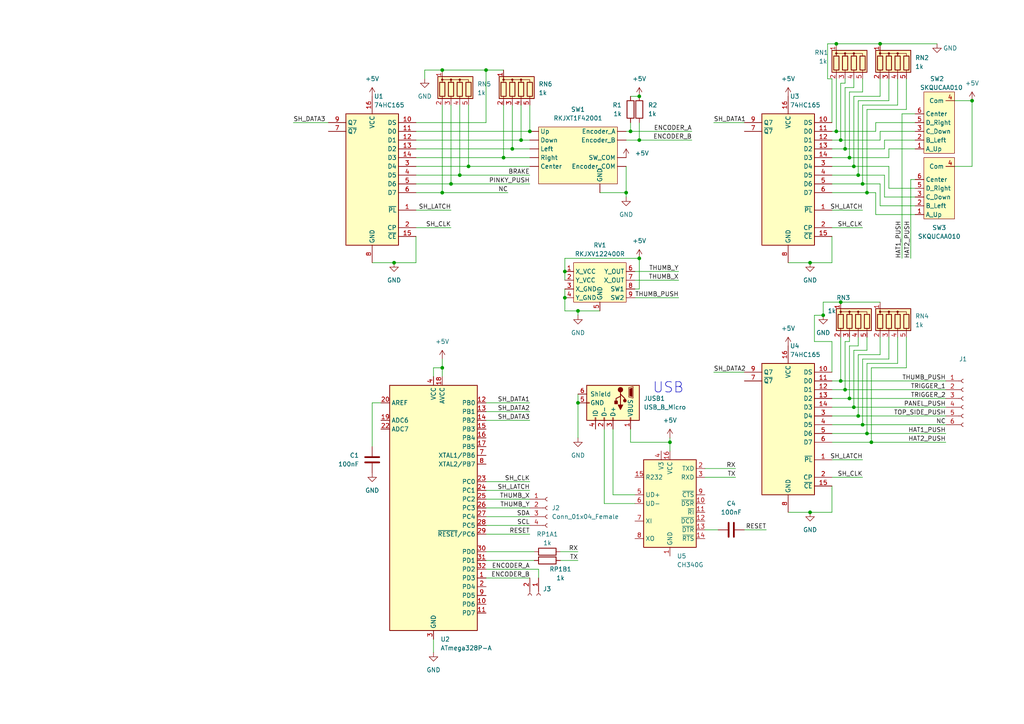
<source format=kicad_sch>
(kicad_sch (version 20211123) (generator eeschema)

  (uuid 13fd50f6-1d47-4741-8619-6c6f05880696)

  (paper "A4")

  (lib_symbols
    (symbol "74xx:74HC165" (in_bom yes) (on_board yes)
      (property "Reference" "U" (id 0) (at -7.62 19.05 0)
        (effects (font (size 1.27 1.27)))
      )
      (property "Value" "74HC165" (id 1) (at -7.62 -21.59 0)
        (effects (font (size 1.27 1.27)))
      )
      (property "Footprint" "" (id 2) (at 0 0 0)
        (effects (font (size 1.27 1.27)) hide)
      )
      (property "Datasheet" "https://assets.nexperia.com/documents/data-sheet/74HC_HCT165.pdf" (id 3) (at 0 0 0)
        (effects (font (size 1.27 1.27)) hide)
      )
      (property "ki_keywords" "8 bit shift register parallel load cmos" (id 4) (at 0 0 0)
        (effects (font (size 1.27 1.27)) hide)
      )
      (property "ki_description" "Shift Register, 8-bit, Parallel Load" (id 5) (at 0 0 0)
        (effects (font (size 1.27 1.27)) hide)
      )
      (property "ki_fp_filters" "DIP?16* SO*16*3.9x9.9mm*P1.27mm* SSOP*16*5.3x6.2mm*P0.65mm* TSSOP*16*4.4x5mm*P0.65*" (id 6) (at 0 0 0)
        (effects (font (size 1.27 1.27)) hide)
      )
      (symbol "74HC165_1_0"
        (pin input line (at -12.7 -10.16 0) (length 5.08)
          (name "~{PL}" (effects (font (size 1.27 1.27))))
          (number "1" (effects (font (size 1.27 1.27))))
        )
        (pin input line (at -12.7 15.24 0) (length 5.08)
          (name "DS" (effects (font (size 1.27 1.27))))
          (number "10" (effects (font (size 1.27 1.27))))
        )
        (pin input line (at -12.7 12.7 0) (length 5.08)
          (name "D0" (effects (font (size 1.27 1.27))))
          (number "11" (effects (font (size 1.27 1.27))))
        )
        (pin input line (at -12.7 10.16 0) (length 5.08)
          (name "D1" (effects (font (size 1.27 1.27))))
          (number "12" (effects (font (size 1.27 1.27))))
        )
        (pin input line (at -12.7 7.62 0) (length 5.08)
          (name "D2" (effects (font (size 1.27 1.27))))
          (number "13" (effects (font (size 1.27 1.27))))
        )
        (pin input line (at -12.7 5.08 0) (length 5.08)
          (name "D3" (effects (font (size 1.27 1.27))))
          (number "14" (effects (font (size 1.27 1.27))))
        )
        (pin input line (at -12.7 -17.78 0) (length 5.08)
          (name "~{CE}" (effects (font (size 1.27 1.27))))
          (number "15" (effects (font (size 1.27 1.27))))
        )
        (pin power_in line (at 0 22.86 270) (length 5.08)
          (name "VCC" (effects (font (size 1.27 1.27))))
          (number "16" (effects (font (size 1.27 1.27))))
        )
        (pin input line (at -12.7 -15.24 0) (length 5.08)
          (name "CP" (effects (font (size 1.27 1.27))))
          (number "2" (effects (font (size 1.27 1.27))))
        )
        (pin input line (at -12.7 2.54 0) (length 5.08)
          (name "D4" (effects (font (size 1.27 1.27))))
          (number "3" (effects (font (size 1.27 1.27))))
        )
        (pin input line (at -12.7 0 0) (length 5.08)
          (name "D5" (effects (font (size 1.27 1.27))))
          (number "4" (effects (font (size 1.27 1.27))))
        )
        (pin input line (at -12.7 -2.54 0) (length 5.08)
          (name "D6" (effects (font (size 1.27 1.27))))
          (number "5" (effects (font (size 1.27 1.27))))
        )
        (pin input line (at -12.7 -5.08 0) (length 5.08)
          (name "D7" (effects (font (size 1.27 1.27))))
          (number "6" (effects (font (size 1.27 1.27))))
        )
        (pin output line (at 12.7 12.7 180) (length 5.08)
          (name "~{Q7}" (effects (font (size 1.27 1.27))))
          (number "7" (effects (font (size 1.27 1.27))))
        )
        (pin power_in line (at 0 -25.4 90) (length 5.08)
          (name "GND" (effects (font (size 1.27 1.27))))
          (number "8" (effects (font (size 1.27 1.27))))
        )
        (pin output line (at 12.7 15.24 180) (length 5.08)
          (name "Q7" (effects (font (size 1.27 1.27))))
          (number "9" (effects (font (size 1.27 1.27))))
        )
      )
      (symbol "74HC165_1_1"
        (rectangle (start -7.62 17.78) (end 7.62 -20.32)
          (stroke (width 0.254) (type default) (color 0 0 0 0))
          (fill (type background))
        )
      )
    )
    (symbol "Alps-RKJXT1F:RKJXT1F42001" (in_bom yes) (on_board yes)
      (property "Reference" "SW" (id 0) (at 0 5.08 0)
        (effects (font (size 1.27 1.27)))
      )
      (property "Value" "RKJXT1F42001" (id 1) (at 0 2.54 0)
        (effects (font (size 1.27 1.27)))
      )
      (property "Footprint" "" (id 2) (at 3.81 0 0)
        (effects (font (size 1.27 1.27)) hide)
      )
      (property "Datasheet" "" (id 3) (at 3.81 0 0)
        (effects (font (size 1.27 1.27)) hide)
      )
      (symbol "RKJXT1F42001_0_1"
        (rectangle (start -11.43 0) (end 11.43 -16.51)
          (stroke (width 0) (type default) (color 0 0 0 0))
          (fill (type background))
        )
      )
      (symbol "RKJXT1F42001_1_1"
        (pin bidirectional line (at -13.97 -11.43 0) (length 2.54)
          (name "Center" (effects (font (size 1.27 1.27))))
          (number "" (effects (font (size 1.27 1.27))))
        )
        (pin bidirectional line (at -13.97 -3.81 0) (length 2.54)
          (name "Down" (effects (font (size 1.27 1.27))))
          (number "" (effects (font (size 1.27 1.27))))
        )
        (pin output line (at 13.97 -1.27 180) (length 2.54)
          (name "Encoder_A" (effects (font (size 1.27 1.27))))
          (number "" (effects (font (size 1.27 1.27))))
        )
        (pin output line (at 13.97 -3.81 180) (length 2.54)
          (name "Encoder_B" (effects (font (size 1.27 1.27))))
          (number "" (effects (font (size 1.27 1.27))))
        )
        (pin bidirectional line (at 13.97 -11.43 180) (length 2.54)
          (name "Encoder_COM" (effects (font (size 1.27 1.27))))
          (number "" (effects (font (size 1.27 1.27))))
        )
        (pin bidirectional line (at 6.35 -19.05 90) (length 2.54)
          (name "GND" (effects (font (size 1.27 1.27))))
          (number "" (effects (font (size 1.27 1.27))))
        )
        (pin bidirectional line (at -13.97 -6.35 0) (length 2.54)
          (name "Left" (effects (font (size 1.27 1.27))))
          (number "" (effects (font (size 1.27 1.27))))
        )
        (pin bidirectional line (at -13.97 -8.89 0) (length 2.54)
          (name "Right" (effects (font (size 1.27 1.27))))
          (number "" (effects (font (size 1.27 1.27))))
        )
        (pin bidirectional line (at 13.97 -8.89 180) (length 2.54)
          (name "SW_COM" (effects (font (size 1.27 1.27))))
          (number "" (effects (font (size 1.27 1.27))))
        )
        (pin bidirectional line (at -13.97 -1.27 0) (length 2.54)
          (name "Up" (effects (font (size 1.27 1.27))))
          (number "" (effects (font (size 1.27 1.27))))
        )
      )
    )
    (symbol "Alps-RKJXV:RKJXV122400R" (in_bom yes) (on_board yes)
      (property "Reference" "RV" (id 0) (at 0 -2.54 0)
        (effects (font (size 1.27 1.27)))
      )
      (property "Value" "RKJXV122400R" (id 1) (at 0 0 0)
        (effects (font (size 1.27 1.27)))
      )
      (property "Footprint" "" (id 2) (at 0 0 0)
        (effects (font (size 1.27 1.27)) hide)
      )
      (property "Datasheet" "" (id 3) (at 0 0 0)
        (effects (font (size 1.27 1.27)) hide)
      )
      (symbol "RKJXV122400R_0_1"
        (rectangle (start -7.62 -3.81) (end 7.62 -15.24)
          (stroke (width 0) (type default) (color 0 0 0 0))
          (fill (type background))
        )
      )
      (symbol "RKJXV122400R_1_1"
        (pin input line (at -10.16 -6.35 0) (length 2.54)
          (name "X_VCC" (effects (font (size 1.27 1.27))))
          (number "1" (effects (font (size 1.27 1.27))))
        )
        (pin input line (at -10.16 -8.89 0) (length 2.54)
          (name "Y_VCC" (effects (font (size 1.27 1.27))))
          (number "2" (effects (font (size 1.27 1.27))))
        )
        (pin input line (at -10.16 -11.43 0) (length 2.54)
          (name "X_GND" (effects (font (size 1.27 1.27))))
          (number "3" (effects (font (size 1.27 1.27))))
        )
        (pin input line (at -10.16 -13.97 0) (length 2.54)
          (name "Y_GND" (effects (font (size 1.27 1.27))))
          (number "4" (effects (font (size 1.27 1.27))))
        )
        (pin input line (at 0 -17.78 90) (length 2.54)
          (name "GND" (effects (font (size 1.27 1.27))))
          (number "5" (effects (font (size 1.27 1.27))))
        )
        (pin input line (at 10.16 -6.35 180) (length 2.54)
          (name "Y_OUT" (effects (font (size 1.27 1.27))))
          (number "6" (effects (font (size 1.27 1.27))))
        )
        (pin input line (at 10.16 -8.89 180) (length 2.54)
          (name "X_OUT" (effects (font (size 1.27 1.27))))
          (number "7" (effects (font (size 1.27 1.27))))
        )
        (pin input line (at 10.16 -11.43 180) (length 2.54)
          (name "SW1" (effects (font (size 1.27 1.27))))
          (number "8" (effects (font (size 1.27 1.27))))
        )
        (pin input line (at 10.16 -13.97 180) (length 2.54)
          (name "SW2" (effects (font (size 1.27 1.27))))
          (number "9" (effects (font (size 1.27 1.27))))
        )
      )
    )
    (symbol "Alps-SKQU:SKQUCAA010" (in_bom yes) (on_board yes)
      (property "Reference" "SW" (id 0) (at 0 2.54 0)
        (effects (font (size 1.27 1.27)))
      )
      (property "Value" "SKQUCAA010" (id 1) (at 0 0 0)
        (effects (font (size 1.27 1.27)))
      )
      (property "Footprint" "" (id 2) (at -1.27 0 0)
        (effects (font (size 1.27 1.27)) hide)
      )
      (property "Datasheet" "" (id 3) (at -1.27 0 0)
        (effects (font (size 1.27 1.27)) hide)
      )
      (symbol "SKQUCAA010_0_1"
        (rectangle (start -3.81 -1.27) (end 5.08 -19.05)
          (stroke (width 0) (type default) (color 0 0 0 0))
          (fill (type background))
        )
      )
      (symbol "SKQUCAA010_1_1"
        (pin bidirectional line (at -6.35 -17.78 0) (length 2.54)
          (name "A_Up" (effects (font (size 1.27 1.27))))
          (number "1" (effects (font (size 1.27 1.27))))
        )
        (pin bidirectional line (at -6.35 -15.24 0) (length 2.54)
          (name "B_Left" (effects (font (size 1.27 1.27))))
          (number "2" (effects (font (size 1.27 1.27))))
        )
        (pin bidirectional line (at -6.35 -12.7 0) (length 2.54)
          (name "C_Down" (effects (font (size 1.27 1.27))))
          (number "3" (effects (font (size 1.27 1.27))))
        )
        (pin bidirectional line (at 5.08 -3.81 180) (length 2.54)
          (name "Com" (effects (font (size 1.27 1.27))))
          (number "4" (effects (font (size 1.27 1.27))))
        )
        (pin bidirectional line (at -6.35 -10.16 0) (length 2.54)
          (name "D_Right" (effects (font (size 1.27 1.27))))
          (number "5" (effects (font (size 1.27 1.27))))
        )
        (pin bidirectional line (at -6.35 -7.62 0) (length 2.54)
          (name "Center" (effects (font (size 1.27 1.27))))
          (number "6" (effects (font (size 1.27 1.27))))
        )
      )
    )
    (symbol "Connector:Conn_01x02_Female" (pin_names (offset 1.016) hide) (in_bom yes) (on_board yes)
      (property "Reference" "J" (id 0) (at 0 2.54 0)
        (effects (font (size 1.27 1.27)))
      )
      (property "Value" "Conn_01x02_Female" (id 1) (at 0 -5.08 0)
        (effects (font (size 1.27 1.27)))
      )
      (property "Footprint" "" (id 2) (at 0 0 0)
        (effects (font (size 1.27 1.27)) hide)
      )
      (property "Datasheet" "~" (id 3) (at 0 0 0)
        (effects (font (size 1.27 1.27)) hide)
      )
      (property "ki_keywords" "connector" (id 4) (at 0 0 0)
        (effects (font (size 1.27 1.27)) hide)
      )
      (property "ki_description" "Generic connector, single row, 01x02, script generated (kicad-library-utils/schlib/autogen/connector/)" (id 5) (at 0 0 0)
        (effects (font (size 1.27 1.27)) hide)
      )
      (property "ki_fp_filters" "Connector*:*_1x??_*" (id 6) (at 0 0 0)
        (effects (font (size 1.27 1.27)) hide)
      )
      (symbol "Conn_01x02_Female_1_1"
        (arc (start 0 -2.032) (mid -0.508 -2.54) (end 0 -3.048)
          (stroke (width 0.1524) (type default) (color 0 0 0 0))
          (fill (type none))
        )
        (polyline
          (pts
            (xy -1.27 -2.54)
            (xy -0.508 -2.54)
          )
          (stroke (width 0.1524) (type default) (color 0 0 0 0))
          (fill (type none))
        )
        (polyline
          (pts
            (xy -1.27 0)
            (xy -0.508 0)
          )
          (stroke (width 0.1524) (type default) (color 0 0 0 0))
          (fill (type none))
        )
        (arc (start 0 0.508) (mid -0.508 0) (end 0 -0.508)
          (stroke (width 0.1524) (type default) (color 0 0 0 0))
          (fill (type none))
        )
        (pin passive line (at -5.08 0 0) (length 3.81)
          (name "Pin_1" (effects (font (size 1.27 1.27))))
          (number "1" (effects (font (size 1.27 1.27))))
        )
        (pin passive line (at -5.08 -2.54 0) (length 3.81)
          (name "Pin_2" (effects (font (size 1.27 1.27))))
          (number "2" (effects (font (size 1.27 1.27))))
        )
      )
    )
    (symbol "Connector:Conn_01x04_Female" (pin_names (offset 1.016) hide) (in_bom yes) (on_board yes)
      (property "Reference" "J" (id 0) (at 0 5.08 0)
        (effects (font (size 1.27 1.27)))
      )
      (property "Value" "Conn_01x04_Female" (id 1) (at 0 -7.62 0)
        (effects (font (size 1.27 1.27)))
      )
      (property "Footprint" "" (id 2) (at 0 0 0)
        (effects (font (size 1.27 1.27)) hide)
      )
      (property "Datasheet" "~" (id 3) (at 0 0 0)
        (effects (font (size 1.27 1.27)) hide)
      )
      (property "ki_keywords" "connector" (id 4) (at 0 0 0)
        (effects (font (size 1.27 1.27)) hide)
      )
      (property "ki_description" "Generic connector, single row, 01x04, script generated (kicad-library-utils/schlib/autogen/connector/)" (id 5) (at 0 0 0)
        (effects (font (size 1.27 1.27)) hide)
      )
      (property "ki_fp_filters" "Connector*:*_1x??_*" (id 6) (at 0 0 0)
        (effects (font (size 1.27 1.27)) hide)
      )
      (symbol "Conn_01x04_Female_1_1"
        (arc (start 0 -4.572) (mid -0.508 -5.08) (end 0 -5.588)
          (stroke (width 0.1524) (type default) (color 0 0 0 0))
          (fill (type none))
        )
        (arc (start 0 -2.032) (mid -0.508 -2.54) (end 0 -3.048)
          (stroke (width 0.1524) (type default) (color 0 0 0 0))
          (fill (type none))
        )
        (polyline
          (pts
            (xy -1.27 -5.08)
            (xy -0.508 -5.08)
          )
          (stroke (width 0.1524) (type default) (color 0 0 0 0))
          (fill (type none))
        )
        (polyline
          (pts
            (xy -1.27 -2.54)
            (xy -0.508 -2.54)
          )
          (stroke (width 0.1524) (type default) (color 0 0 0 0))
          (fill (type none))
        )
        (polyline
          (pts
            (xy -1.27 0)
            (xy -0.508 0)
          )
          (stroke (width 0.1524) (type default) (color 0 0 0 0))
          (fill (type none))
        )
        (polyline
          (pts
            (xy -1.27 2.54)
            (xy -0.508 2.54)
          )
          (stroke (width 0.1524) (type default) (color 0 0 0 0))
          (fill (type none))
        )
        (arc (start 0 0.508) (mid -0.508 0) (end 0 -0.508)
          (stroke (width 0.1524) (type default) (color 0 0 0 0))
          (fill (type none))
        )
        (arc (start 0 3.048) (mid -0.508 2.54) (end 0 2.032)
          (stroke (width 0.1524) (type default) (color 0 0 0 0))
          (fill (type none))
        )
        (pin passive line (at -5.08 2.54 0) (length 3.81)
          (name "Pin_1" (effects (font (size 1.27 1.27))))
          (number "1" (effects (font (size 1.27 1.27))))
        )
        (pin passive line (at -5.08 0 0) (length 3.81)
          (name "Pin_2" (effects (font (size 1.27 1.27))))
          (number "2" (effects (font (size 1.27 1.27))))
        )
        (pin passive line (at -5.08 -2.54 0) (length 3.81)
          (name "Pin_3" (effects (font (size 1.27 1.27))))
          (number "3" (effects (font (size 1.27 1.27))))
        )
        (pin passive line (at -5.08 -5.08 0) (length 3.81)
          (name "Pin_4" (effects (font (size 1.27 1.27))))
          (number "4" (effects (font (size 1.27 1.27))))
        )
      )
    )
    (symbol "Connector:Conn_01x06_Female" (pin_names (offset 1.016) hide) (in_bom yes) (on_board yes)
      (property "Reference" "J" (id 0) (at 0 7.62 0)
        (effects (font (size 1.27 1.27)))
      )
      (property "Value" "Conn_01x06_Female" (id 1) (at 0 -10.16 0)
        (effects (font (size 1.27 1.27)))
      )
      (property "Footprint" "" (id 2) (at 0 0 0)
        (effects (font (size 1.27 1.27)) hide)
      )
      (property "Datasheet" "~" (id 3) (at 0 0 0)
        (effects (font (size 1.27 1.27)) hide)
      )
      (property "ki_keywords" "connector" (id 4) (at 0 0 0)
        (effects (font (size 1.27 1.27)) hide)
      )
      (property "ki_description" "Generic connector, single row, 01x06, script generated (kicad-library-utils/schlib/autogen/connector/)" (id 5) (at 0 0 0)
        (effects (font (size 1.27 1.27)) hide)
      )
      (property "ki_fp_filters" "Connector*:*_1x??_*" (id 6) (at 0 0 0)
        (effects (font (size 1.27 1.27)) hide)
      )
      (symbol "Conn_01x06_Female_1_1"
        (arc (start 0 -7.112) (mid -0.508 -7.62) (end 0 -8.128)
          (stroke (width 0.1524) (type default) (color 0 0 0 0))
          (fill (type none))
        )
        (arc (start 0 -4.572) (mid -0.508 -5.08) (end 0 -5.588)
          (stroke (width 0.1524) (type default) (color 0 0 0 0))
          (fill (type none))
        )
        (arc (start 0 -2.032) (mid -0.508 -2.54) (end 0 -3.048)
          (stroke (width 0.1524) (type default) (color 0 0 0 0))
          (fill (type none))
        )
        (polyline
          (pts
            (xy -1.27 -7.62)
            (xy -0.508 -7.62)
          )
          (stroke (width 0.1524) (type default) (color 0 0 0 0))
          (fill (type none))
        )
        (polyline
          (pts
            (xy -1.27 -5.08)
            (xy -0.508 -5.08)
          )
          (stroke (width 0.1524) (type default) (color 0 0 0 0))
          (fill (type none))
        )
        (polyline
          (pts
            (xy -1.27 -2.54)
            (xy -0.508 -2.54)
          )
          (stroke (width 0.1524) (type default) (color 0 0 0 0))
          (fill (type none))
        )
        (polyline
          (pts
            (xy -1.27 0)
            (xy -0.508 0)
          )
          (stroke (width 0.1524) (type default) (color 0 0 0 0))
          (fill (type none))
        )
        (polyline
          (pts
            (xy -1.27 2.54)
            (xy -0.508 2.54)
          )
          (stroke (width 0.1524) (type default) (color 0 0 0 0))
          (fill (type none))
        )
        (polyline
          (pts
            (xy -1.27 5.08)
            (xy -0.508 5.08)
          )
          (stroke (width 0.1524) (type default) (color 0 0 0 0))
          (fill (type none))
        )
        (arc (start 0 0.508) (mid -0.508 0) (end 0 -0.508)
          (stroke (width 0.1524) (type default) (color 0 0 0 0))
          (fill (type none))
        )
        (arc (start 0 3.048) (mid -0.508 2.54) (end 0 2.032)
          (stroke (width 0.1524) (type default) (color 0 0 0 0))
          (fill (type none))
        )
        (arc (start 0 5.588) (mid -0.508 5.08) (end 0 4.572)
          (stroke (width 0.1524) (type default) (color 0 0 0 0))
          (fill (type none))
        )
        (pin passive line (at -5.08 5.08 0) (length 3.81)
          (name "Pin_1" (effects (font (size 1.27 1.27))))
          (number "1" (effects (font (size 1.27 1.27))))
        )
        (pin passive line (at -5.08 2.54 0) (length 3.81)
          (name "Pin_2" (effects (font (size 1.27 1.27))))
          (number "2" (effects (font (size 1.27 1.27))))
        )
        (pin passive line (at -5.08 0 0) (length 3.81)
          (name "Pin_3" (effects (font (size 1.27 1.27))))
          (number "3" (effects (font (size 1.27 1.27))))
        )
        (pin passive line (at -5.08 -2.54 0) (length 3.81)
          (name "Pin_4" (effects (font (size 1.27 1.27))))
          (number "4" (effects (font (size 1.27 1.27))))
        )
        (pin passive line (at -5.08 -5.08 0) (length 3.81)
          (name "Pin_5" (effects (font (size 1.27 1.27))))
          (number "5" (effects (font (size 1.27 1.27))))
        )
        (pin passive line (at -5.08 -7.62 0) (length 3.81)
          (name "Pin_6" (effects (font (size 1.27 1.27))))
          (number "6" (effects (font (size 1.27 1.27))))
        )
      )
    )
    (symbol "Connector:USB_B_Micro" (pin_names (offset 1.016)) (in_bom yes) (on_board yes)
      (property "Reference" "J" (id 0) (at -5.08 11.43 0)
        (effects (font (size 1.27 1.27)) (justify left))
      )
      (property "Value" "USB_B_Micro" (id 1) (at -5.08 8.89 0)
        (effects (font (size 1.27 1.27)) (justify left))
      )
      (property "Footprint" "" (id 2) (at 3.81 -1.27 0)
        (effects (font (size 1.27 1.27)) hide)
      )
      (property "Datasheet" "~" (id 3) (at 3.81 -1.27 0)
        (effects (font (size 1.27 1.27)) hide)
      )
      (property "ki_keywords" "connector USB micro" (id 4) (at 0 0 0)
        (effects (font (size 1.27 1.27)) hide)
      )
      (property "ki_description" "USB Micro Type B connector" (id 5) (at 0 0 0)
        (effects (font (size 1.27 1.27)) hide)
      )
      (property "ki_fp_filters" "USB*" (id 6) (at 0 0 0)
        (effects (font (size 1.27 1.27)) hide)
      )
      (symbol "USB_B_Micro_0_1"
        (rectangle (start -5.08 -7.62) (end 5.08 7.62)
          (stroke (width 0.254) (type default) (color 0 0 0 0))
          (fill (type background))
        )
        (circle (center -3.81 2.159) (radius 0.635)
          (stroke (width 0.254) (type default) (color 0 0 0 0))
          (fill (type outline))
        )
        (circle (center -0.635 3.429) (radius 0.381)
          (stroke (width 0.254) (type default) (color 0 0 0 0))
          (fill (type outline))
        )
        (rectangle (start -0.127 -7.62) (end 0.127 -6.858)
          (stroke (width 0) (type default) (color 0 0 0 0))
          (fill (type none))
        )
        (polyline
          (pts
            (xy -1.905 2.159)
            (xy 0.635 2.159)
          )
          (stroke (width 0.254) (type default) (color 0 0 0 0))
          (fill (type none))
        )
        (polyline
          (pts
            (xy -3.175 2.159)
            (xy -2.54 2.159)
            (xy -1.27 3.429)
            (xy -0.635 3.429)
          )
          (stroke (width 0.254) (type default) (color 0 0 0 0))
          (fill (type none))
        )
        (polyline
          (pts
            (xy -2.54 2.159)
            (xy -1.905 2.159)
            (xy -1.27 0.889)
            (xy 0 0.889)
          )
          (stroke (width 0.254) (type default) (color 0 0 0 0))
          (fill (type none))
        )
        (polyline
          (pts
            (xy 0.635 2.794)
            (xy 0.635 1.524)
            (xy 1.905 2.159)
            (xy 0.635 2.794)
          )
          (stroke (width 0.254) (type default) (color 0 0 0 0))
          (fill (type outline))
        )
        (polyline
          (pts
            (xy -4.318 5.588)
            (xy -1.778 5.588)
            (xy -2.032 4.826)
            (xy -4.064 4.826)
            (xy -4.318 5.588)
          )
          (stroke (width 0) (type default) (color 0 0 0 0))
          (fill (type outline))
        )
        (polyline
          (pts
            (xy -4.699 5.842)
            (xy -4.699 5.588)
            (xy -4.445 4.826)
            (xy -4.445 4.572)
            (xy -1.651 4.572)
            (xy -1.651 4.826)
            (xy -1.397 5.588)
            (xy -1.397 5.842)
            (xy -4.699 5.842)
          )
          (stroke (width 0) (type default) (color 0 0 0 0))
          (fill (type none))
        )
        (rectangle (start 0.254 1.27) (end -0.508 0.508)
          (stroke (width 0.254) (type default) (color 0 0 0 0))
          (fill (type outline))
        )
        (rectangle (start 5.08 -5.207) (end 4.318 -4.953)
          (stroke (width 0) (type default) (color 0 0 0 0))
          (fill (type none))
        )
        (rectangle (start 5.08 -2.667) (end 4.318 -2.413)
          (stroke (width 0) (type default) (color 0 0 0 0))
          (fill (type none))
        )
        (rectangle (start 5.08 -0.127) (end 4.318 0.127)
          (stroke (width 0) (type default) (color 0 0 0 0))
          (fill (type none))
        )
        (rectangle (start 5.08 4.953) (end 4.318 5.207)
          (stroke (width 0) (type default) (color 0 0 0 0))
          (fill (type none))
        )
      )
      (symbol "USB_B_Micro_1_1"
        (pin power_out line (at 7.62 5.08 180) (length 2.54)
          (name "VBUS" (effects (font (size 1.27 1.27))))
          (number "1" (effects (font (size 1.27 1.27))))
        )
        (pin bidirectional line (at 7.62 -2.54 180) (length 2.54)
          (name "D-" (effects (font (size 1.27 1.27))))
          (number "2" (effects (font (size 1.27 1.27))))
        )
        (pin bidirectional line (at 7.62 0 180) (length 2.54)
          (name "D+" (effects (font (size 1.27 1.27))))
          (number "3" (effects (font (size 1.27 1.27))))
        )
        (pin passive line (at 7.62 -5.08 180) (length 2.54)
          (name "ID" (effects (font (size 1.27 1.27))))
          (number "4" (effects (font (size 1.27 1.27))))
        )
        (pin power_out line (at 0 -10.16 90) (length 2.54)
          (name "GND" (effects (font (size 1.27 1.27))))
          (number "5" (effects (font (size 1.27 1.27))))
        )
        (pin passive line (at -2.54 -10.16 90) (length 2.54)
          (name "Shield" (effects (font (size 1.27 1.27))))
          (number "6" (effects (font (size 1.27 1.27))))
        )
      )
    )
    (symbol "Device:C" (pin_numbers hide) (pin_names (offset 0.254)) (in_bom yes) (on_board yes)
      (property "Reference" "C" (id 0) (at 0.635 2.54 0)
        (effects (font (size 1.27 1.27)) (justify left))
      )
      (property "Value" "C" (id 1) (at 0.635 -2.54 0)
        (effects (font (size 1.27 1.27)) (justify left))
      )
      (property "Footprint" "" (id 2) (at 0.9652 -3.81 0)
        (effects (font (size 1.27 1.27)) hide)
      )
      (property "Datasheet" "~" (id 3) (at 0 0 0)
        (effects (font (size 1.27 1.27)) hide)
      )
      (property "ki_keywords" "cap capacitor" (id 4) (at 0 0 0)
        (effects (font (size 1.27 1.27)) hide)
      )
      (property "ki_description" "Unpolarized capacitor" (id 5) (at 0 0 0)
        (effects (font (size 1.27 1.27)) hide)
      )
      (property "ki_fp_filters" "C_*" (id 6) (at 0 0 0)
        (effects (font (size 1.27 1.27)) hide)
      )
      (symbol "C_0_1"
        (polyline
          (pts
            (xy -2.032 -0.762)
            (xy 2.032 -0.762)
          )
          (stroke (width 0.508) (type default) (color 0 0 0 0))
          (fill (type none))
        )
        (polyline
          (pts
            (xy -2.032 0.762)
            (xy 2.032 0.762)
          )
          (stroke (width 0.508) (type default) (color 0 0 0 0))
          (fill (type none))
        )
      )
      (symbol "C_1_1"
        (pin passive line (at 0 3.81 270) (length 2.794)
          (name "~" (effects (font (size 1.27 1.27))))
          (number "1" (effects (font (size 1.27 1.27))))
        )
        (pin passive line (at 0 -3.81 90) (length 2.794)
          (name "~" (effects (font (size 1.27 1.27))))
          (number "2" (effects (font (size 1.27 1.27))))
        )
      )
    )
    (symbol "Device:R" (pin_numbers hide) (pin_names (offset 0)) (in_bom yes) (on_board yes)
      (property "Reference" "R" (id 0) (at 2.032 0 90)
        (effects (font (size 1.27 1.27)))
      )
      (property "Value" "R" (id 1) (at 0 0 90)
        (effects (font (size 1.27 1.27)))
      )
      (property "Footprint" "" (id 2) (at -1.778 0 90)
        (effects (font (size 1.27 1.27)) hide)
      )
      (property "Datasheet" "~" (id 3) (at 0 0 0)
        (effects (font (size 1.27 1.27)) hide)
      )
      (property "ki_keywords" "R res resistor" (id 4) (at 0 0 0)
        (effects (font (size 1.27 1.27)) hide)
      )
      (property "ki_description" "Resistor" (id 5) (at 0 0 0)
        (effects (font (size 1.27 1.27)) hide)
      )
      (property "ki_fp_filters" "R_*" (id 6) (at 0 0 0)
        (effects (font (size 1.27 1.27)) hide)
      )
      (symbol "R_0_1"
        (rectangle (start -1.016 -2.54) (end 1.016 2.54)
          (stroke (width 0.254) (type default) (color 0 0 0 0))
          (fill (type none))
        )
      )
      (symbol "R_1_1"
        (pin passive line (at 0 3.81 270) (length 1.27)
          (name "~" (effects (font (size 1.27 1.27))))
          (number "1" (effects (font (size 1.27 1.27))))
        )
        (pin passive line (at 0 -3.81 90) (length 1.27)
          (name "~" (effects (font (size 1.27 1.27))))
          (number "2" (effects (font (size 1.27 1.27))))
        )
      )
    )
    (symbol "Device:R_Network04" (pin_names (offset 0) hide) (in_bom yes) (on_board yes)
      (property "Reference" "RN" (id 0) (at -7.62 0 90)
        (effects (font (size 1.27 1.27)))
      )
      (property "Value" "R_Network04" (id 1) (at 5.08 0 90)
        (effects (font (size 1.27 1.27)))
      )
      (property "Footprint" "Resistor_THT:R_Array_SIP5" (id 2) (at 6.985 0 90)
        (effects (font (size 1.27 1.27)) hide)
      )
      (property "Datasheet" "http://www.vishay.com/docs/31509/csc.pdf" (id 3) (at 0 0 0)
        (effects (font (size 1.27 1.27)) hide)
      )
      (property "ki_keywords" "R network star-topology" (id 4) (at 0 0 0)
        (effects (font (size 1.27 1.27)) hide)
      )
      (property "ki_description" "4 resistor network, star topology, bussed resistors, small symbol" (id 5) (at 0 0 0)
        (effects (font (size 1.27 1.27)) hide)
      )
      (property "ki_fp_filters" "R?Array?SIP*" (id 6) (at 0 0 0)
        (effects (font (size 1.27 1.27)) hide)
      )
      (symbol "R_Network04_0_1"
        (rectangle (start -6.35 -3.175) (end 3.81 3.175)
          (stroke (width 0.254) (type default) (color 0 0 0 0))
          (fill (type background))
        )
        (rectangle (start -5.842 1.524) (end -4.318 -2.54)
          (stroke (width 0.254) (type default) (color 0 0 0 0))
          (fill (type none))
        )
        (circle (center -5.08 2.286) (radius 0.254)
          (stroke (width 0) (type default) (color 0 0 0 0))
          (fill (type outline))
        )
        (rectangle (start -3.302 1.524) (end -1.778 -2.54)
          (stroke (width 0.254) (type default) (color 0 0 0 0))
          (fill (type none))
        )
        (circle (center -2.54 2.286) (radius 0.254)
          (stroke (width 0) (type default) (color 0 0 0 0))
          (fill (type outline))
        )
        (rectangle (start -0.762 1.524) (end 0.762 -2.54)
          (stroke (width 0.254) (type default) (color 0 0 0 0))
          (fill (type none))
        )
        (polyline
          (pts
            (xy -5.08 -2.54)
            (xy -5.08 -3.81)
          )
          (stroke (width 0) (type default) (color 0 0 0 0))
          (fill (type none))
        )
        (polyline
          (pts
            (xy -2.54 -2.54)
            (xy -2.54 -3.81)
          )
          (stroke (width 0) (type default) (color 0 0 0 0))
          (fill (type none))
        )
        (polyline
          (pts
            (xy 0 -2.54)
            (xy 0 -3.81)
          )
          (stroke (width 0) (type default) (color 0 0 0 0))
          (fill (type none))
        )
        (polyline
          (pts
            (xy 2.54 -2.54)
            (xy 2.54 -3.81)
          )
          (stroke (width 0) (type default) (color 0 0 0 0))
          (fill (type none))
        )
        (polyline
          (pts
            (xy -5.08 1.524)
            (xy -5.08 2.286)
            (xy -2.54 2.286)
            (xy -2.54 1.524)
          )
          (stroke (width 0) (type default) (color 0 0 0 0))
          (fill (type none))
        )
        (polyline
          (pts
            (xy -2.54 1.524)
            (xy -2.54 2.286)
            (xy 0 2.286)
            (xy 0 1.524)
          )
          (stroke (width 0) (type default) (color 0 0 0 0))
          (fill (type none))
        )
        (polyline
          (pts
            (xy 0 1.524)
            (xy 0 2.286)
            (xy 2.54 2.286)
            (xy 2.54 1.524)
          )
          (stroke (width 0) (type default) (color 0 0 0 0))
          (fill (type none))
        )
        (circle (center 0 2.286) (radius 0.254)
          (stroke (width 0) (type default) (color 0 0 0 0))
          (fill (type outline))
        )
        (rectangle (start 1.778 1.524) (end 3.302 -2.54)
          (stroke (width 0.254) (type default) (color 0 0 0 0))
          (fill (type none))
        )
      )
      (symbol "R_Network04_1_1"
        (pin passive line (at -5.08 5.08 270) (length 2.54)
          (name "common" (effects (font (size 1.27 1.27))))
          (number "1" (effects (font (size 1.27 1.27))))
        )
        (pin passive line (at -5.08 -5.08 90) (length 1.27)
          (name "R1" (effects (font (size 1.27 1.27))))
          (number "2" (effects (font (size 1.27 1.27))))
        )
        (pin passive line (at -2.54 -5.08 90) (length 1.27)
          (name "R2" (effects (font (size 1.27 1.27))))
          (number "3" (effects (font (size 1.27 1.27))))
        )
        (pin passive line (at 0 -5.08 90) (length 1.27)
          (name "R3" (effects (font (size 1.27 1.27))))
          (number "4" (effects (font (size 1.27 1.27))))
        )
        (pin passive line (at 2.54 -5.08 90) (length 1.27)
          (name "R4" (effects (font (size 1.27 1.27))))
          (number "5" (effects (font (size 1.27 1.27))))
        )
      )
    )
    (symbol "Interface_USB:CH340G" (in_bom yes) (on_board yes)
      (property "Reference" "U" (id 0) (at -5.08 13.97 0)
        (effects (font (size 1.27 1.27)) (justify right))
      )
      (property "Value" "CH340G" (id 1) (at 1.27 13.97 0)
        (effects (font (size 1.27 1.27)) (justify left))
      )
      (property "Footprint" "Package_SO:SOIC-16_3.9x9.9mm_P1.27mm" (id 2) (at 1.27 -13.97 0)
        (effects (font (size 1.27 1.27)) (justify left) hide)
      )
      (property "Datasheet" "http://www.datasheet5.com/pdf-local-2195953" (id 3) (at -8.89 20.32 0)
        (effects (font (size 1.27 1.27)) hide)
      )
      (property "ki_keywords" "USB UART Serial Converter Interface" (id 4) (at 0 0 0)
        (effects (font (size 1.27 1.27)) hide)
      )
      (property "ki_description" "USB serial converter, UART, SOIC-16" (id 5) (at 0 0 0)
        (effects (font (size 1.27 1.27)) hide)
      )
      (property "ki_fp_filters" "SOIC*3.9x9.9mm*P1.27mm*" (id 6) (at 0 0 0)
        (effects (font (size 1.27 1.27)) hide)
      )
      (symbol "CH340G_0_1"
        (rectangle (start -7.62 12.7) (end 7.62 -12.7)
          (stroke (width 0.254) (type default) (color 0 0 0 0))
          (fill (type background))
        )
      )
      (symbol "CH340G_1_1"
        (pin power_in line (at 0 -15.24 90) (length 2.54)
          (name "GND" (effects (font (size 1.27 1.27))))
          (number "1" (effects (font (size 1.27 1.27))))
        )
        (pin input line (at 10.16 0 180) (length 2.54)
          (name "~{DSR}" (effects (font (size 1.27 1.27))))
          (number "10" (effects (font (size 1.27 1.27))))
        )
        (pin input line (at 10.16 -2.54 180) (length 2.54)
          (name "~{RI}" (effects (font (size 1.27 1.27))))
          (number "11" (effects (font (size 1.27 1.27))))
        )
        (pin input line (at 10.16 -5.08 180) (length 2.54)
          (name "~{DCD}" (effects (font (size 1.27 1.27))))
          (number "12" (effects (font (size 1.27 1.27))))
        )
        (pin output line (at 10.16 -7.62 180) (length 2.54)
          (name "~{DTR}" (effects (font (size 1.27 1.27))))
          (number "13" (effects (font (size 1.27 1.27))))
        )
        (pin output line (at 10.16 -10.16 180) (length 2.54)
          (name "~{RTS}" (effects (font (size 1.27 1.27))))
          (number "14" (effects (font (size 1.27 1.27))))
        )
        (pin input line (at -10.16 7.62 0) (length 2.54)
          (name "R232" (effects (font (size 1.27 1.27))))
          (number "15" (effects (font (size 1.27 1.27))))
        )
        (pin power_in line (at 0 15.24 270) (length 2.54)
          (name "VCC" (effects (font (size 1.27 1.27))))
          (number "16" (effects (font (size 1.27 1.27))))
        )
        (pin output line (at 10.16 10.16 180) (length 2.54)
          (name "TXD" (effects (font (size 1.27 1.27))))
          (number "2" (effects (font (size 1.27 1.27))))
        )
        (pin input line (at 10.16 7.62 180) (length 2.54)
          (name "RXD" (effects (font (size 1.27 1.27))))
          (number "3" (effects (font (size 1.27 1.27))))
        )
        (pin passive line (at -2.54 15.24 270) (length 2.54)
          (name "V3" (effects (font (size 1.27 1.27))))
          (number "4" (effects (font (size 1.27 1.27))))
        )
        (pin bidirectional line (at -10.16 2.54 0) (length 2.54)
          (name "UD+" (effects (font (size 1.27 1.27))))
          (number "5" (effects (font (size 1.27 1.27))))
        )
        (pin bidirectional line (at -10.16 0 0) (length 2.54)
          (name "UD-" (effects (font (size 1.27 1.27))))
          (number "6" (effects (font (size 1.27 1.27))))
        )
        (pin input line (at -10.16 -5.08 0) (length 2.54)
          (name "XI" (effects (font (size 1.27 1.27))))
          (number "7" (effects (font (size 1.27 1.27))))
        )
        (pin output line (at -10.16 -10.16 0) (length 2.54)
          (name "XO" (effects (font (size 1.27 1.27))))
          (number "8" (effects (font (size 1.27 1.27))))
        )
        (pin input line (at 10.16 2.54 180) (length 2.54)
          (name "~{CTS}" (effects (font (size 1.27 1.27))))
          (number "9" (effects (font (size 1.27 1.27))))
        )
      )
    )
    (symbol "MCU_Microchip_ATmega:ATmega328P-A" (in_bom yes) (on_board yes)
      (property "Reference" "U" (id 0) (at -12.7 36.83 0)
        (effects (font (size 1.27 1.27)) (justify left bottom))
      )
      (property "Value" "ATmega328P-A" (id 1) (at 2.54 -36.83 0)
        (effects (font (size 1.27 1.27)) (justify left top))
      )
      (property "Footprint" "Package_QFP:TQFP-32_7x7mm_P0.8mm" (id 2) (at 0 0 0)
        (effects (font (size 1.27 1.27) italic) hide)
      )
      (property "Datasheet" "http://ww1.microchip.com/downloads/en/DeviceDoc/ATmega328_P%20AVR%20MCU%20with%20picoPower%20Technology%20Data%20Sheet%2040001984A.pdf" (id 3) (at 0 0 0)
        (effects (font (size 1.27 1.27)) hide)
      )
      (property "ki_keywords" "AVR 8bit Microcontroller MegaAVR PicoPower" (id 4) (at 0 0 0)
        (effects (font (size 1.27 1.27)) hide)
      )
      (property "ki_description" "20MHz, 32kB Flash, 2kB SRAM, 1kB EEPROM, TQFP-32" (id 5) (at 0 0 0)
        (effects (font (size 1.27 1.27)) hide)
      )
      (property "ki_fp_filters" "TQFP*7x7mm*P0.8mm*" (id 6) (at 0 0 0)
        (effects (font (size 1.27 1.27)) hide)
      )
      (symbol "ATmega328P-A_0_1"
        (rectangle (start -12.7 -35.56) (end 12.7 35.56)
          (stroke (width 0.254) (type default) (color 0 0 0 0))
          (fill (type background))
        )
      )
      (symbol "ATmega328P-A_1_1"
        (pin bidirectional line (at 15.24 -20.32 180) (length 2.54)
          (name "PD3" (effects (font (size 1.27 1.27))))
          (number "1" (effects (font (size 1.27 1.27))))
        )
        (pin bidirectional line (at 15.24 -27.94 180) (length 2.54)
          (name "PD6" (effects (font (size 1.27 1.27))))
          (number "10" (effects (font (size 1.27 1.27))))
        )
        (pin bidirectional line (at 15.24 -30.48 180) (length 2.54)
          (name "PD7" (effects (font (size 1.27 1.27))))
          (number "11" (effects (font (size 1.27 1.27))))
        )
        (pin bidirectional line (at 15.24 30.48 180) (length 2.54)
          (name "PB0" (effects (font (size 1.27 1.27))))
          (number "12" (effects (font (size 1.27 1.27))))
        )
        (pin bidirectional line (at 15.24 27.94 180) (length 2.54)
          (name "PB1" (effects (font (size 1.27 1.27))))
          (number "13" (effects (font (size 1.27 1.27))))
        )
        (pin bidirectional line (at 15.24 25.4 180) (length 2.54)
          (name "PB2" (effects (font (size 1.27 1.27))))
          (number "14" (effects (font (size 1.27 1.27))))
        )
        (pin bidirectional line (at 15.24 22.86 180) (length 2.54)
          (name "PB3" (effects (font (size 1.27 1.27))))
          (number "15" (effects (font (size 1.27 1.27))))
        )
        (pin bidirectional line (at 15.24 20.32 180) (length 2.54)
          (name "PB4" (effects (font (size 1.27 1.27))))
          (number "16" (effects (font (size 1.27 1.27))))
        )
        (pin bidirectional line (at 15.24 17.78 180) (length 2.54)
          (name "PB5" (effects (font (size 1.27 1.27))))
          (number "17" (effects (font (size 1.27 1.27))))
        )
        (pin power_in line (at 2.54 38.1 270) (length 2.54)
          (name "AVCC" (effects (font (size 1.27 1.27))))
          (number "18" (effects (font (size 1.27 1.27))))
        )
        (pin input line (at -15.24 25.4 0) (length 2.54)
          (name "ADC6" (effects (font (size 1.27 1.27))))
          (number "19" (effects (font (size 1.27 1.27))))
        )
        (pin bidirectional line (at 15.24 -22.86 180) (length 2.54)
          (name "PD4" (effects (font (size 1.27 1.27))))
          (number "2" (effects (font (size 1.27 1.27))))
        )
        (pin passive line (at -15.24 30.48 0) (length 2.54)
          (name "AREF" (effects (font (size 1.27 1.27))))
          (number "20" (effects (font (size 1.27 1.27))))
        )
        (pin passive line (at 0 -38.1 90) (length 2.54) hide
          (name "GND" (effects (font (size 1.27 1.27))))
          (number "21" (effects (font (size 1.27 1.27))))
        )
        (pin input line (at -15.24 22.86 0) (length 2.54)
          (name "ADC7" (effects (font (size 1.27 1.27))))
          (number "22" (effects (font (size 1.27 1.27))))
        )
        (pin bidirectional line (at 15.24 7.62 180) (length 2.54)
          (name "PC0" (effects (font (size 1.27 1.27))))
          (number "23" (effects (font (size 1.27 1.27))))
        )
        (pin bidirectional line (at 15.24 5.08 180) (length 2.54)
          (name "PC1" (effects (font (size 1.27 1.27))))
          (number "24" (effects (font (size 1.27 1.27))))
        )
        (pin bidirectional line (at 15.24 2.54 180) (length 2.54)
          (name "PC2" (effects (font (size 1.27 1.27))))
          (number "25" (effects (font (size 1.27 1.27))))
        )
        (pin bidirectional line (at 15.24 0 180) (length 2.54)
          (name "PC3" (effects (font (size 1.27 1.27))))
          (number "26" (effects (font (size 1.27 1.27))))
        )
        (pin bidirectional line (at 15.24 -2.54 180) (length 2.54)
          (name "PC4" (effects (font (size 1.27 1.27))))
          (number "27" (effects (font (size 1.27 1.27))))
        )
        (pin bidirectional line (at 15.24 -5.08 180) (length 2.54)
          (name "PC5" (effects (font (size 1.27 1.27))))
          (number "28" (effects (font (size 1.27 1.27))))
        )
        (pin bidirectional line (at 15.24 -7.62 180) (length 2.54)
          (name "~{RESET}/PC6" (effects (font (size 1.27 1.27))))
          (number "29" (effects (font (size 1.27 1.27))))
        )
        (pin power_in line (at 0 -38.1 90) (length 2.54)
          (name "GND" (effects (font (size 1.27 1.27))))
          (number "3" (effects (font (size 1.27 1.27))))
        )
        (pin bidirectional line (at 15.24 -12.7 180) (length 2.54)
          (name "PD0" (effects (font (size 1.27 1.27))))
          (number "30" (effects (font (size 1.27 1.27))))
        )
        (pin bidirectional line (at 15.24 -15.24 180) (length 2.54)
          (name "PD1" (effects (font (size 1.27 1.27))))
          (number "31" (effects (font (size 1.27 1.27))))
        )
        (pin bidirectional line (at 15.24 -17.78 180) (length 2.54)
          (name "PD2" (effects (font (size 1.27 1.27))))
          (number "32" (effects (font (size 1.27 1.27))))
        )
        (pin power_in line (at 0 38.1 270) (length 2.54)
          (name "VCC" (effects (font (size 1.27 1.27))))
          (number "4" (effects (font (size 1.27 1.27))))
        )
        (pin passive line (at 0 -38.1 90) (length 2.54) hide
          (name "GND" (effects (font (size 1.27 1.27))))
          (number "5" (effects (font (size 1.27 1.27))))
        )
        (pin passive line (at 0 38.1 270) (length 2.54) hide
          (name "VCC" (effects (font (size 1.27 1.27))))
          (number "6" (effects (font (size 1.27 1.27))))
        )
        (pin bidirectional line (at 15.24 15.24 180) (length 2.54)
          (name "XTAL1/PB6" (effects (font (size 1.27 1.27))))
          (number "7" (effects (font (size 1.27 1.27))))
        )
        (pin bidirectional line (at 15.24 12.7 180) (length 2.54)
          (name "XTAL2/PB7" (effects (font (size 1.27 1.27))))
          (number "8" (effects (font (size 1.27 1.27))))
        )
        (pin bidirectional line (at 15.24 -25.4 180) (length 2.54)
          (name "PD5" (effects (font (size 1.27 1.27))))
          (number "9" (effects (font (size 1.27 1.27))))
        )
      )
    )
    (symbol "power:+5V" (power) (pin_names (offset 0)) (in_bom yes) (on_board yes)
      (property "Reference" "#PWR" (id 0) (at 0 -3.81 0)
        (effects (font (size 1.27 1.27)) hide)
      )
      (property "Value" "+5V" (id 1) (at 0 3.556 0)
        (effects (font (size 1.27 1.27)))
      )
      (property "Footprint" "" (id 2) (at 0 0 0)
        (effects (font (size 1.27 1.27)) hide)
      )
      (property "Datasheet" "" (id 3) (at 0 0 0)
        (effects (font (size 1.27 1.27)) hide)
      )
      (property "ki_keywords" "power-flag" (id 4) (at 0 0 0)
        (effects (font (size 1.27 1.27)) hide)
      )
      (property "ki_description" "Power symbol creates a global label with name \"+5V\"" (id 5) (at 0 0 0)
        (effects (font (size 1.27 1.27)) hide)
      )
      (symbol "+5V_0_1"
        (polyline
          (pts
            (xy -0.762 1.27)
            (xy 0 2.54)
          )
          (stroke (width 0) (type default) (color 0 0 0 0))
          (fill (type none))
        )
        (polyline
          (pts
            (xy 0 0)
            (xy 0 2.54)
          )
          (stroke (width 0) (type default) (color 0 0 0 0))
          (fill (type none))
        )
        (polyline
          (pts
            (xy 0 2.54)
            (xy 0.762 1.27)
          )
          (stroke (width 0) (type default) (color 0 0 0 0))
          (fill (type none))
        )
      )
      (symbol "+5V_1_1"
        (pin power_in line (at 0 0 90) (length 0) hide
          (name "+5V" (effects (font (size 1.27 1.27))))
          (number "1" (effects (font (size 1.27 1.27))))
        )
      )
    )
    (symbol "power:GND" (power) (pin_names (offset 0)) (in_bom yes) (on_board yes)
      (property "Reference" "#PWR" (id 0) (at 0 -6.35 0)
        (effects (font (size 1.27 1.27)) hide)
      )
      (property "Value" "GND" (id 1) (at 0 -3.81 0)
        (effects (font (size 1.27 1.27)))
      )
      (property "Footprint" "" (id 2) (at 0 0 0)
        (effects (font (size 1.27 1.27)) hide)
      )
      (property "Datasheet" "" (id 3) (at 0 0 0)
        (effects (font (size 1.27 1.27)) hide)
      )
      (property "ki_keywords" "power-flag" (id 4) (at 0 0 0)
        (effects (font (size 1.27 1.27)) hide)
      )
      (property "ki_description" "Power symbol creates a global label with name \"GND\" , ground" (id 5) (at 0 0 0)
        (effects (font (size 1.27 1.27)) hide)
      )
      (symbol "GND_0_1"
        (polyline
          (pts
            (xy 0 0)
            (xy 0 -1.27)
            (xy 1.27 -1.27)
            (xy 0 -2.54)
            (xy -1.27 -1.27)
            (xy 0 -1.27)
          )
          (stroke (width 0) (type default) (color 0 0 0 0))
          (fill (type none))
        )
      )
      (symbol "GND_1_1"
        (pin power_in line (at 0 0 270) (length 0) hide
          (name "GND" (effects (font (size 1.27 1.27))))
          (number "1" (effects (font (size 1.27 1.27))))
        )
      )
    )
  )

  (junction (at 247.65 48.26) (diameter 0) (color 0 0 0 0)
    (uuid 07548b68-cce3-4b56-9bb8-2a6e42c7f1da)
  )
  (junction (at 133.35 50.8) (diameter 0) (color 0 0 0 0)
    (uuid 07d1cf4f-a235-4cee-8896-285bff4947f1)
  )
  (junction (at 248.92 50.8) (diameter 0) (color 0 0 0 0)
    (uuid 1538e127-825a-4fd2-b9fc-b7dc8b975f60)
  )
  (junction (at 130.81 53.34) (diameter 0) (color 0 0 0 0)
    (uuid 166c5d6d-d92c-4017-85f2-5350617d2e36)
  )
  (junction (at 238.76 91.44) (diameter 0) (color 0 0 0 0)
    (uuid 18f52f2a-7b77-4a19-9ed3-01fae7dc36e5)
  )
  (junction (at 153.67 38.1) (diameter 0) (color 0 0 0 0)
    (uuid 1aa8de15-c8d5-4ed5-a38b-d2950b1891ea)
  )
  (junction (at 243.84 87.63) (diameter 0) (color 0 0 0 0)
    (uuid 1ef4348c-22c2-424e-a86e-5dcef25af815)
  )
  (junction (at 185.42 27.94) (diameter 0) (color 0 0 0 0)
    (uuid 20384398-d3f4-4c03-86b4-20d583a1a2d8)
  )
  (junction (at 243.84 110.49) (diameter 0) (color 0 0 0 0)
    (uuid 2477e29e-d321-458a-a3e4-3025fb847d81)
  )
  (junction (at 151.13 40.64) (diameter 0) (color 0 0 0 0)
    (uuid 25ae3ce9-cedf-47a2-b8d8-331b2716adb6)
  )
  (junction (at 251.46 125.73) (diameter 0) (color 0 0 0 0)
    (uuid 26d95afb-80c1-4d1c-b274-f46eaf40c868)
  )
  (junction (at 128.27 55.88) (diameter 0) (color 0 0 0 0)
    (uuid 2d0be82c-db87-4414-9a93-820f027cd050)
  )
  (junction (at 242.57 38.1) (diameter 0) (color 0 0 0 0)
    (uuid 350e0fce-90a3-46cb-a1df-61475efc9cac)
  )
  (junction (at 246.38 115.57) (diameter 0) (color 0 0 0 0)
    (uuid 4426e171-2a20-4c20-a422-5f6a8c20fe8a)
  )
  (junction (at 148.59 43.18) (diameter 0) (color 0 0 0 0)
    (uuid 501ebdac-1c6c-420a-8691-aac26743c7d3)
  )
  (junction (at 250.19 53.34) (diameter 0) (color 0 0 0 0)
    (uuid 51879c61-2225-4510-8d07-dd806ee1985f)
  )
  (junction (at 181.61 55.88) (diameter 0) (color 0 0 0 0)
    (uuid 51c19ad3-76dd-4ff3-8516-458668b9d16a)
  )
  (junction (at 281.94 29.21) (diameter 0) (color 0 0 0 0)
    (uuid 5460bba3-b0bf-43e0-b8bd-9b448dc961ba)
  )
  (junction (at 135.89 48.26) (diameter 0) (color 0 0 0 0)
    (uuid 5e9f145d-bc34-443a-9ae5-814a3d4e033c)
  )
  (junction (at 167.64 116.84) (diameter 0) (color 0 0 0 0)
    (uuid 60854c11-0cf2-4b2b-ae01-720704933f4b)
  )
  (junction (at 250.19 123.19) (diameter 0) (color 0 0 0 0)
    (uuid 67417bb5-54aa-4c97-aa50-564e66d13296)
  )
  (junction (at 245.11 113.03) (diameter 0) (color 0 0 0 0)
    (uuid 6e5ef6fa-e770-4d02-8ca2-5971377f5139)
  )
  (junction (at 255.27 12.7) (diameter 0) (color 0 0 0 0)
    (uuid 719f44f5-204a-451a-b5ff-f2e643f78ab6)
  )
  (junction (at 182.88 38.1) (diameter 0) (color 0 0 0 0)
    (uuid 74fc8415-7e4c-4e02-be11-65b666bfa02d)
  )
  (junction (at 248.92 120.65) (diameter 0) (color 0 0 0 0)
    (uuid 7df68ca9-123c-4b22-9bca-e6fd6923df30)
  )
  (junction (at 114.3 76.2) (diameter 0) (color 0 0 0 0)
    (uuid 7fba7234-c3da-40d8-8450-f314d8095be5)
  )
  (junction (at 185.42 74.93) (diameter 0) (color 0 0 0 0)
    (uuid 907f5c1b-1bee-4e0f-9c90-52a4f3245875)
  )
  (junction (at 163.83 78.74) (diameter 0) (color 0 0 0 0)
    (uuid 9db65007-2f9e-448e-971f-dabae753ae99)
  )
  (junction (at 194.31 128.27) (diameter 0) (color 0 0 0 0)
    (uuid 9f47e1e8-a4c4-4b3e-a8c0-337891270517)
  )
  (junction (at 247.65 118.11) (diameter 0) (color 0 0 0 0)
    (uuid a1416293-c7bd-4c33-b2bf-ea4a69907629)
  )
  (junction (at 140.97 20.32) (diameter 0) (color 0 0 0 0)
    (uuid a1ee09d0-569f-44de-938b-6537c01bb0d1)
  )
  (junction (at 234.95 148.59) (diameter 0) (color 0 0 0 0)
    (uuid af351fa1-fe24-437e-8285-cff53ca0aedc)
  )
  (junction (at 167.64 90.17) (diameter 0) (color 0 0 0 0)
    (uuid b8ab3674-95dd-4025-ae08-58b508e836b0)
  )
  (junction (at 128.27 106.68) (diameter 0) (color 0 0 0 0)
    (uuid b8b6bb67-bd31-4743-8bf3-b493c47271bf)
  )
  (junction (at 128.27 20.32) (diameter 0) (color 0 0 0 0)
    (uuid be038016-5c7b-4e7f-9e05-9d48c14b1aea)
  )
  (junction (at 185.42 40.64) (diameter 0) (color 0 0 0 0)
    (uuid be55b0b0-8705-4cbe-9734-447030ac2424)
  )
  (junction (at 163.83 86.36) (diameter 0) (color 0 0 0 0)
    (uuid c3ebd9d8-e2ad-4a57-ac15-2ab38a66f892)
  )
  (junction (at 146.05 45.72) (diameter 0) (color 0 0 0 0)
    (uuid c6df3ec7-5a2b-45e6-a16c-24abd9a41a37)
  )
  (junction (at 246.38 45.72) (diameter 0) (color 0 0 0 0)
    (uuid ca5d3749-53df-41b2-a65f-4cdcadaec3ee)
  )
  (junction (at 251.46 55.88) (diameter 0) (color 0 0 0 0)
    (uuid d747a29b-82b4-453a-94f1-0307fd22eeb3)
  )
  (junction (at 252.73 128.27) (diameter 0) (color 0 0 0 0)
    (uuid e1db4b8c-f3ca-46e0-aaaf-9052a63005c2)
  )
  (junction (at 242.57 12.7) (diameter 0) (color 0 0 0 0)
    (uuid e3651cd3-9eaa-4e17-ba09-7ee66f3bfd14)
  )
  (junction (at 245.11 43.18) (diameter 0) (color 0 0 0 0)
    (uuid f2497f63-74fd-4e9d-ab4e-acc947d6039f)
  )
  (junction (at 234.95 76.2) (diameter 0) (color 0 0 0 0)
    (uuid f98dbda2-e053-463b-9a94-ef92a6487800)
  )
  (junction (at 243.84 40.64) (diameter 0) (color 0 0 0 0)
    (uuid fd163e48-1341-40c4-ac29-80b99d98a552)
  )

  (wire (pts (xy 200.66 38.1) (xy 182.88 38.1))
    (stroke (width 0) (type default) (color 0 0 0 0))
    (uuid 008c4e62-a8f1-4df1-83d2-edc2027d8451)
  )
  (wire (pts (xy 241.3 55.88) (xy 251.46 55.88))
    (stroke (width 0) (type default) (color 0 0 0 0))
    (uuid 01991075-be4f-4d30-8333-767780dbc77c)
  )
  (wire (pts (xy 254 35.56) (xy 254 38.1))
    (stroke (width 0) (type default) (color 0 0 0 0))
    (uuid 046e4b6c-c294-45b8-8d1b-ec95e2acc978)
  )
  (wire (pts (xy 215.9 153.67) (xy 222.25 153.67))
    (stroke (width 0) (type default) (color 0 0 0 0))
    (uuid 06995160-dc6e-4e6f-bb5f-b0e1d8bebedb)
  )
  (wire (pts (xy 120.65 76.2) (xy 120.65 68.58))
    (stroke (width 0) (type default) (color 0 0 0 0))
    (uuid 07273aed-e39e-4cfa-a58d-ac437a63aa70)
  )
  (wire (pts (xy 234.95 148.59) (xy 228.6 148.59))
    (stroke (width 0) (type default) (color 0 0 0 0))
    (uuid 09081f70-ba2f-4b67-93c5-5eba52418b9b)
  )
  (wire (pts (xy 251.46 97.79) (xy 251.46 101.6))
    (stroke (width 0) (type default) (color 0 0 0 0))
    (uuid 09814cef-4c60-4a07-9977-687d9a1cf96c)
  )
  (wire (pts (xy 265.43 43.18) (xy 257.81 43.18))
    (stroke (width 0) (type default) (color 0 0 0 0))
    (uuid 099afe12-f66d-4b2f-ab1f-0f81b7d63ddb)
  )
  (wire (pts (xy 204.47 153.67) (xy 208.28 153.67))
    (stroke (width 0) (type default) (color 0 0 0 0))
    (uuid 0a5fe843-87af-4529-bd85-455e0e141f33)
  )
  (wire (pts (xy 248.92 29.21) (xy 248.92 50.8))
    (stroke (width 0) (type default) (color 0 0 0 0))
    (uuid 0a74e121-bcf5-4430-b49f-77e838c18e73)
  )
  (wire (pts (xy 120.65 55.88) (xy 128.27 55.88))
    (stroke (width 0) (type default) (color 0 0 0 0))
    (uuid 0d3e0d13-c487-4580-9ecc-1a5885b01710)
  )
  (wire (pts (xy 241.3 118.11) (xy 247.65 118.11))
    (stroke (width 0) (type default) (color 0 0 0 0))
    (uuid 0dfa7599-218c-47d4-be01-a8f78bd1d912)
  )
  (wire (pts (xy 163.83 90.17) (xy 163.83 86.36))
    (stroke (width 0) (type default) (color 0 0 0 0))
    (uuid 0ebc6729-c439-47e2-ba57-f1cebd1399d6)
  )
  (wire (pts (xy 241.3 60.96) (xy 250.19 60.96))
    (stroke (width 0) (type default) (color 0 0 0 0))
    (uuid 0f3034c7-c67b-417d-b4dc-3501996d7c27)
  )
  (wire (pts (xy 251.46 125.73) (xy 274.32 125.73))
    (stroke (width 0) (type default) (color 0 0 0 0))
    (uuid 0f4251d9-610c-4d66-b424-afd8c567e0cf)
  )
  (wire (pts (xy 162.56 160.02) (xy 167.64 160.02))
    (stroke (width 0) (type default) (color 0 0 0 0))
    (uuid 10bc7f0b-2856-42a7-bd8e-557d26ec67b8)
  )
  (wire (pts (xy 241.3 115.57) (xy 246.38 115.57))
    (stroke (width 0) (type default) (color 0 0 0 0))
    (uuid 113dbc48-fd3a-46e9-8fdc-0249027810b1)
  )
  (wire (pts (xy 181.61 40.64) (xy 185.42 40.64))
    (stroke (width 0) (type default) (color 0 0 0 0))
    (uuid 11ed6c41-6781-405d-ae27-1c36798e015f)
  )
  (wire (pts (xy 173.99 55.88) (xy 181.61 55.88))
    (stroke (width 0) (type default) (color 0 0 0 0))
    (uuid 135f02e0-9f95-4e89-a81b-113beae6b44d)
  )
  (wire (pts (xy 245.11 43.18) (xy 256.54 43.18))
    (stroke (width 0) (type default) (color 0 0 0 0))
    (uuid 156eae2c-7380-4eba-ab2b-d969599becda)
  )
  (wire (pts (xy 204.47 138.43) (xy 213.36 138.43))
    (stroke (width 0) (type default) (color 0 0 0 0))
    (uuid 15f10007-7dad-4dff-947c-cfe29d252c61)
  )
  (wire (pts (xy 241.3 50.8) (xy 248.92 50.8))
    (stroke (width 0) (type default) (color 0 0 0 0))
    (uuid 1701bac8-4d28-4c02-8fdf-ed39761ccfc5)
  )
  (wire (pts (xy 146.05 45.72) (xy 153.67 45.72))
    (stroke (width 0) (type default) (color 0 0 0 0))
    (uuid 1743228f-9249-434a-9663-f175160427fe)
  )
  (wire (pts (xy 255.27 27.94) (xy 247.65 27.94))
    (stroke (width 0) (type default) (color 0 0 0 0))
    (uuid 17b319f8-d17d-4872-a52f-7306ac2bc31b)
  )
  (wire (pts (xy 120.65 40.64) (xy 151.13 40.64))
    (stroke (width 0) (type default) (color 0 0 0 0))
    (uuid 1b125e87-33c0-49de-9fa4-0f0213d8e95c)
  )
  (wire (pts (xy 128.27 20.32) (xy 140.97 20.32))
    (stroke (width 0) (type default) (color 0 0 0 0))
    (uuid 1c23e44e-e76a-4e94-aa49-6195fcda86f6)
  )
  (wire (pts (xy 114.3 76.2) (xy 120.65 76.2))
    (stroke (width 0) (type default) (color 0 0 0 0))
    (uuid 1c27165e-0637-470e-92f2-86d521c22632)
  )
  (wire (pts (xy 245.11 22.86) (xy 245.11 24.13))
    (stroke (width 0) (type default) (color 0 0 0 0))
    (uuid 1d3dbc06-6156-420c-87c4-ea543838fe8b)
  )
  (wire (pts (xy 130.81 60.96) (xy 120.65 60.96))
    (stroke (width 0) (type default) (color 0 0 0 0))
    (uuid 1d5a3326-fc71-4c32-82ef-e2bf565beba5)
  )
  (wire (pts (xy 260.35 22.86) (xy 260.35 30.48))
    (stroke (width 0) (type default) (color 0 0 0 0))
    (uuid 1ec5ac77-705e-409c-bdb7-e67b8722bccc)
  )
  (wire (pts (xy 167.64 90.17) (xy 163.83 90.17))
    (stroke (width 0) (type default) (color 0 0 0 0))
    (uuid 1ef6da63-a7ab-43ab-bd79-e0a5b6cd1ae9)
  )
  (wire (pts (xy 241.3 53.34) (xy 250.19 53.34))
    (stroke (width 0) (type default) (color 0 0 0 0))
    (uuid 1f1dc877-213b-4e4d-b534-6b79b59a4122)
  )
  (wire (pts (xy 251.46 105.41) (xy 251.46 125.73))
    (stroke (width 0) (type default) (color 0 0 0 0))
    (uuid 20813c20-cfcc-4e6c-9905-59e978640aec)
  )
  (wire (pts (xy 247.65 22.86) (xy 247.65 25.4))
    (stroke (width 0) (type default) (color 0 0 0 0))
    (uuid 2134b5d2-8eb2-47bc-a31d-a640f65b5d60)
  )
  (wire (pts (xy 140.97 20.32) (xy 146.05 20.32))
    (stroke (width 0) (type default) (color 0 0 0 0))
    (uuid 2188f26f-4f10-480c-8bd2-d3c80a48c714)
  )
  (wire (pts (xy 163.83 78.74) (xy 163.83 81.28))
    (stroke (width 0) (type default) (color 0 0 0 0))
    (uuid 24b3220f-f47a-43a7-9744-30a18c2def3c)
  )
  (wire (pts (xy 254 62.23) (xy 265.43 62.23))
    (stroke (width 0) (type default) (color 0 0 0 0))
    (uuid 25b4efba-ce88-4115-a221-da5644243851)
  )
  (wire (pts (xy 107.95 129.54) (xy 107.95 116.84))
    (stroke (width 0) (type default) (color 0 0 0 0))
    (uuid 263ea7a2-64e0-43b2-bc39-dbc84a0781da)
  )
  (wire (pts (xy 246.38 45.72) (xy 257.81 45.72))
    (stroke (width 0) (type default) (color 0 0 0 0))
    (uuid 2681c3ed-6216-4c72-9afc-5fabb631f885)
  )
  (wire (pts (xy 140.97 121.92) (xy 153.67 121.92))
    (stroke (width 0) (type default) (color 0 0 0 0))
    (uuid 26b412c7-81c9-4439-82c1-3a0d4df7e1f7)
  )
  (wire (pts (xy 128.27 30.48) (xy 128.27 55.88))
    (stroke (width 0) (type default) (color 0 0 0 0))
    (uuid 27660951-bc32-4ea5-ba42-0ef07076d244)
  )
  (wire (pts (xy 140.97 144.78) (xy 153.67 144.78))
    (stroke (width 0) (type default) (color 0 0 0 0))
    (uuid 280fd038-cdf9-4167-86a9-989d0b96b6bb)
  )
  (wire (pts (xy 241.3 99.06) (xy 241.3 107.95))
    (stroke (width 0) (type default) (color 0 0 0 0))
    (uuid 297a529c-84dd-42da-afbb-40e64c207174)
  )
  (wire (pts (xy 153.67 30.48) (xy 153.67 38.1))
    (stroke (width 0) (type default) (color 0 0 0 0))
    (uuid 2b73a12f-5ce0-4c3e-94b2-11b9bf398e8c)
  )
  (wire (pts (xy 207.01 107.95) (xy 215.9 107.95))
    (stroke (width 0) (type default) (color 0 0 0 0))
    (uuid 2e04dffc-9d18-40de-8d09-a2c64892ef02)
  )
  (wire (pts (xy 128.27 20.32) (xy 123.19 20.32))
    (stroke (width 0) (type default) (color 0 0 0 0))
    (uuid 307986d5-0806-47df-b096-f5a553b6c14d)
  )
  (wire (pts (xy 247.65 118.11) (xy 274.32 118.11))
    (stroke (width 0) (type default) (color 0 0 0 0))
    (uuid 30822ed7-0fbb-4ec9-abf3-c3d91ae3cddd)
  )
  (wire (pts (xy 151.13 30.48) (xy 151.13 40.64))
    (stroke (width 0) (type default) (color 0 0 0 0))
    (uuid 31d64654-1f32-4b53-8f6a-8daa00ae8fb2)
  )
  (wire (pts (xy 135.89 48.26) (xy 153.67 48.26))
    (stroke (width 0) (type default) (color 0 0 0 0))
    (uuid 3204cf5e-0e29-4254-97e1-f481d4f811a9)
  )
  (wire (pts (xy 242.57 38.1) (xy 254 38.1))
    (stroke (width 0) (type default) (color 0 0 0 0))
    (uuid 34658b82-f27f-498b-9273-1a5818c543ce)
  )
  (wire (pts (xy 257.81 54.61) (xy 265.43 54.61))
    (stroke (width 0) (type default) (color 0 0 0 0))
    (uuid 34694592-f0b9-4332-94ce-87f8cdbf65a4)
  )
  (wire (pts (xy 241.3 120.65) (xy 248.92 120.65))
    (stroke (width 0) (type default) (color 0 0 0 0))
    (uuid 34fc283c-3828-47a6-bc3b-8bce577e68e8)
  )
  (wire (pts (xy 246.38 100.33) (xy 246.38 115.57))
    (stroke (width 0) (type default) (color 0 0 0 0))
    (uuid 3797565a-60c8-4f44-93b8-0a2b0c1bc505)
  )
  (wire (pts (xy 248.92 120.65) (xy 274.32 120.65))
    (stroke (width 0) (type default) (color 0 0 0 0))
    (uuid 38804603-61c4-46c5-83a2-7b6adbe62feb)
  )
  (wire (pts (xy 140.97 147.32) (xy 153.67 147.32))
    (stroke (width 0) (type default) (color 0 0 0 0))
    (uuid 39d40d43-7dfe-446f-a190-9e20fc8b3335)
  )
  (wire (pts (xy 243.84 24.13) (xy 243.84 40.64))
    (stroke (width 0) (type default) (color 0 0 0 0))
    (uuid 3c14652a-687d-49fb-aff0-d4a5d9c8d225)
  )
  (wire (pts (xy 246.38 26.67) (xy 246.38 45.72))
    (stroke (width 0) (type default) (color 0 0 0 0))
    (uuid 3d3dee60-da64-4917-accf-e3c9188ac4cf)
  )
  (wire (pts (xy 257.81 22.86) (xy 257.81 29.21))
    (stroke (width 0) (type default) (color 0 0 0 0))
    (uuid 3eb22940-60d3-4e02-91b9-59b040948098)
  )
  (wire (pts (xy 265.43 35.56) (xy 254 35.56))
    (stroke (width 0) (type default) (color 0 0 0 0))
    (uuid 3f57ea75-bea9-4f51-ac90-cf4a764609e6)
  )
  (wire (pts (xy 250.19 26.67) (xy 246.38 26.67))
    (stroke (width 0) (type default) (color 0 0 0 0))
    (uuid 3fe6e9d3-76fc-4fd8-abd4-3fcb4fda5264)
  )
  (wire (pts (xy 265.43 52.07) (xy 264.16 52.07))
    (stroke (width 0) (type default) (color 0 0 0 0))
    (uuid 42240a98-8eb7-4685-bbb8-2d3e94bc61aa)
  )
  (wire (pts (xy 246.38 115.57) (xy 274.32 115.57))
    (stroke (width 0) (type default) (color 0 0 0 0))
    (uuid 4314501c-3b76-4fb2-b1da-a8b1bfb956e1)
  )
  (wire (pts (xy 184.15 143.51) (xy 177.8 143.51))
    (stroke (width 0) (type default) (color 0 0 0 0))
    (uuid 4475ce98-c38e-488b-b88b-aee138bf76ef)
  )
  (wire (pts (xy 120.65 45.72) (xy 146.05 45.72))
    (stroke (width 0) (type default) (color 0 0 0 0))
    (uuid 45da0e32-9796-438b-a0b1-2f727f63de3d)
  )
  (wire (pts (xy 243.84 87.63) (xy 255.27 87.63))
    (stroke (width 0) (type default) (color 0 0 0 0))
    (uuid 4723311d-9d2c-459f-8a28-d9db65f2233d)
  )
  (wire (pts (xy 151.13 40.64) (xy 153.67 40.64))
    (stroke (width 0) (type default) (color 0 0 0 0))
    (uuid 472e5559-7418-40da-bfe3-ea3cd7ac6907)
  )
  (wire (pts (xy 260.35 30.48) (xy 250.19 30.48))
    (stroke (width 0) (type default) (color 0 0 0 0))
    (uuid 48d76f39-c12f-4418-a8dd-8b598e0a376d)
  )
  (wire (pts (xy 241.3 40.64) (xy 243.84 40.64))
    (stroke (width 0) (type default) (color 0 0 0 0))
    (uuid 49361c99-319d-4e0b-9d50-4f8cc47cfb88)
  )
  (wire (pts (xy 276.86 48.26) (xy 281.94 48.26))
    (stroke (width 0) (type default) (color 0 0 0 0))
    (uuid 4a077201-8ecd-47bc-ab26-39efb50410a5)
  )
  (wire (pts (xy 243.84 97.79) (xy 243.84 110.49))
    (stroke (width 0) (type default) (color 0 0 0 0))
    (uuid 4a9361a8-33c5-4104-982b-321482cd2320)
  )
  (wire (pts (xy 130.81 53.34) (xy 153.67 53.34))
    (stroke (width 0) (type default) (color 0 0 0 0))
    (uuid 4baad146-d6a2-4a3b-b9b4-976776d5f3ca)
  )
  (wire (pts (xy 133.35 50.8) (xy 153.67 50.8))
    (stroke (width 0) (type default) (color 0 0 0 0))
    (uuid 4ecb1df4-790d-4620-9d0f-a506a399a01f)
  )
  (wire (pts (xy 241.3 99.06) (xy 236.22 99.06))
    (stroke (width 0) (type default) (color 0 0 0 0))
    (uuid 505ce62f-fac9-4580-9fab-453aed1d6119)
  )
  (wire (pts (xy 241.3 76.2) (xy 241.3 68.58))
    (stroke (width 0) (type default) (color 0 0 0 0))
    (uuid 50fc2e2d-c659-4824-8d4f-f014d9a05286)
  )
  (wire (pts (xy 140.97 149.86) (xy 153.67 149.86))
    (stroke (width 0) (type default) (color 0 0 0 0))
    (uuid 524c78c5-9368-471e-a6cc-8987490757dc)
  )
  (wire (pts (xy 243.84 110.49) (xy 274.32 110.49))
    (stroke (width 0) (type default) (color 0 0 0 0))
    (uuid 53ad7597-8e56-4a78-99e1-b228b89f93b8)
  )
  (wire (pts (xy 260.35 105.41) (xy 251.46 105.41))
    (stroke (width 0) (type default) (color 0 0 0 0))
    (uuid 5612a978-e8a4-4016-ba17-eb22a19cf635)
  )
  (wire (pts (xy 276.86 29.21) (xy 281.94 29.21))
    (stroke (width 0) (type default) (color 0 0 0 0))
    (uuid 57ba49f1-5236-47f8-92bd-cc2b66aeb026)
  )
  (wire (pts (xy 184.15 86.36) (xy 196.85 86.36))
    (stroke (width 0) (type default) (color 0 0 0 0))
    (uuid 58928169-7dd7-468b-a4a7-b1955d4747ea)
  )
  (wire (pts (xy 148.59 43.18) (xy 153.67 43.18))
    (stroke (width 0) (type default) (color 0 0 0 0))
    (uuid 5a822f01-b543-4752-8bc2-a7c0e5202608)
  )
  (wire (pts (xy 255.27 59.69) (xy 265.43 59.69))
    (stroke (width 0) (type default) (color 0 0 0 0))
    (uuid 5abffd25-5a91-43e9-9e7d-67534c13e152)
  )
  (wire (pts (xy 140.97 154.94) (xy 153.67 154.94))
    (stroke (width 0) (type default) (color 0 0 0 0))
    (uuid 5b2598bf-df8e-4ef8-9357-6b948058f0a7)
  )
  (wire (pts (xy 241.3 38.1) (xy 242.57 38.1))
    (stroke (width 0) (type default) (color 0 0 0 0))
    (uuid 5ca01385-a9c3-4ff6-96e8-68b34ae7205f)
  )
  (wire (pts (xy 140.97 35.56) (xy 140.97 20.32))
    (stroke (width 0) (type default) (color 0 0 0 0))
    (uuid 5ddbe4d9-c3b3-4403-84b5-7431ad177ccb)
  )
  (wire (pts (xy 204.47 135.89) (xy 213.36 135.89))
    (stroke (width 0) (type default) (color 0 0 0 0))
    (uuid 62049829-9733-46f3-8b27-06a7787fe9a4)
  )
  (wire (pts (xy 241.3 35.56) (xy 241.3 22.86))
    (stroke (width 0) (type default) (color 0 0 0 0))
    (uuid 625bfd00-712e-4c4c-a3b5-0f746285da64)
  )
  (wire (pts (xy 177.8 143.51) (xy 177.8 124.46))
    (stroke (width 0) (type default) (color 0 0 0 0))
    (uuid 63a53a35-b011-480e-8469-c36c52f02e10)
  )
  (wire (pts (xy 246.38 97.79) (xy 246.38 99.06))
    (stroke (width 0) (type default) (color 0 0 0 0))
    (uuid 6526c4a3-fa04-4156-9b67-2446120733d1)
  )
  (wire (pts (xy 255.27 22.86) (xy 255.27 27.94))
    (stroke (width 0) (type default) (color 0 0 0 0))
    (uuid 66ad84e9-0cf7-4c6f-a0b6-d3e1337daf7e)
  )
  (wire (pts (xy 241.3 48.26) (xy 247.65 48.26))
    (stroke (width 0) (type default) (color 0 0 0 0))
    (uuid 66dbed57-dbc4-403b-8d3c-3cd2dcfa6dbb)
  )
  (wire (pts (xy 245.11 113.03) (xy 274.32 113.03))
    (stroke (width 0) (type default) (color 0 0 0 0))
    (uuid 67a924e4-1bfd-4991-8bd5-5acd713fe180)
  )
  (wire (pts (xy 120.65 43.18) (xy 148.59 43.18))
    (stroke (width 0) (type default) (color 0 0 0 0))
    (uuid 6a73e549-f388-4ffc-a0a5-a17204dfb30c)
  )
  (wire (pts (xy 265.43 38.1) (xy 255.27 38.1))
    (stroke (width 0) (type default) (color 0 0 0 0))
    (uuid 6ba397c0-5627-4176-b1e0-7f2936a134b1)
  )
  (wire (pts (xy 257.81 48.26) (xy 257.81 54.61))
    (stroke (width 0) (type default) (color 0 0 0 0))
    (uuid 6bdc508b-9c68-4640-ae6e-6ebefd3540ac)
  )
  (wire (pts (xy 241.3 113.03) (xy 245.11 113.03))
    (stroke (width 0) (type default) (color 0 0 0 0))
    (uuid 6cda4aa6-292e-4c56-adbd-a8576205eda0)
  )
  (wire (pts (xy 181.61 55.88) (xy 181.61 57.15))
    (stroke (width 0) (type default) (color 0 0 0 0))
    (uuid 6d55a7b9-442b-4f26-a2b1-70217bbf7326)
  )
  (wire (pts (xy 175.26 146.05) (xy 184.15 146.05))
    (stroke (width 0) (type default) (color 0 0 0 0))
    (uuid 6e2c02a8-5155-4b96-8629-d53c1122a322)
  )
  (wire (pts (xy 140.97 162.56) (xy 154.94 162.56))
    (stroke (width 0) (type default) (color 0 0 0 0))
    (uuid 74e0642f-ca53-43a6-96fa-32e34444c2b5)
  )
  (wire (pts (xy 128.27 106.68) (xy 128.27 109.22))
    (stroke (width 0) (type default) (color 0 0 0 0))
    (uuid 75479917-fa6f-4394-bf96-164301095c3f)
  )
  (wire (pts (xy 148.59 30.48) (xy 148.59 43.18))
    (stroke (width 0) (type default) (color 0 0 0 0))
    (uuid 765bd3fa-5fa7-485b-a4eb-795a8ca5626f)
  )
  (wire (pts (xy 256.54 50.8) (xy 256.54 57.15))
    (stroke (width 0) (type default) (color 0 0 0 0))
    (uuid 76df6e86-5b71-43ad-afbc-05f8b18d915a)
  )
  (wire (pts (xy 241.3 138.43) (xy 250.19 138.43))
    (stroke (width 0) (type default) (color 0 0 0 0))
    (uuid 771f372d-a0bf-4178-893f-ff548259ecef)
  )
  (wire (pts (xy 107.95 116.84) (xy 110.49 116.84))
    (stroke (width 0) (type default) (color 0 0 0 0))
    (uuid 7934daf4-ab79-456b-8203-950249aecd9c)
  )
  (wire (pts (xy 207.01 35.56) (xy 215.9 35.56))
    (stroke (width 0) (type default) (color 0 0 0 0))
    (uuid 79a110e4-a8b0-4af9-aaa8-63fbb881e2da)
  )
  (wire (pts (xy 245.11 24.13) (xy 243.84 24.13))
    (stroke (width 0) (type default) (color 0 0 0 0))
    (uuid 7bc6c445-a2c0-49af-87c8-a26b467480fe)
  )
  (wire (pts (xy 241.3 22.86) (xy 240.03 22.86))
    (stroke (width 0) (type default) (color 0 0 0 0))
    (uuid 7d129ad0-ef0c-46a2-aac2-9b3614409bc9)
  )
  (wire (pts (xy 248.92 97.79) (xy 248.92 100.33))
    (stroke (width 0) (type default) (color 0 0 0 0))
    (uuid 7e27f846-7ae2-4bff-998b-6e1cac2dc5f6)
  )
  (wire (pts (xy 120.65 53.34) (xy 130.81 53.34))
    (stroke (width 0) (type default) (color 0 0 0 0))
    (uuid 7f255e9a-5663-4dc1-a5d8-14469013dafa)
  )
  (wire (pts (xy 257.81 29.21) (xy 248.92 29.21))
    (stroke (width 0) (type default) (color 0 0 0 0))
    (uuid 7f844571-06f7-41dc-b962-ab869686fd69)
  )
  (wire (pts (xy 234.95 76.2) (xy 241.3 76.2))
    (stroke (width 0) (type default) (color 0 0 0 0))
    (uuid 81d03114-460e-43ea-aa72-de32cf1352c6)
  )
  (wire (pts (xy 135.89 30.48) (xy 135.89 48.26))
    (stroke (width 0) (type default) (color 0 0 0 0))
    (uuid 83fb0960-2406-4b55-9690-1bc90a10648b)
  )
  (wire (pts (xy 146.05 30.48) (xy 146.05 45.72))
    (stroke (width 0) (type default) (color 0 0 0 0))
    (uuid 843f92e2-bc29-4f1a-af3e-35ee54979cd5)
  )
  (wire (pts (xy 243.84 40.64) (xy 255.27 40.64))
    (stroke (width 0) (type default) (color 0 0 0 0))
    (uuid 845ba535-ec55-45ca-8e56-4c78ec33004d)
  )
  (wire (pts (xy 247.65 48.26) (xy 257.81 48.26))
    (stroke (width 0) (type default) (color 0 0 0 0))
    (uuid 84759d6d-7b20-4784-a9ac-9d9d61c43c09)
  )
  (wire (pts (xy 241.3 123.19) (xy 250.19 123.19))
    (stroke (width 0) (type default) (color 0 0 0 0))
    (uuid 861549c2-f223-467f-bae5-53196aa041a1)
  )
  (wire (pts (xy 281.94 48.26) (xy 281.94 29.21))
    (stroke (width 0) (type default) (color 0 0 0 0))
    (uuid 884a6634-08be-488c-b257-7611d9838f3a)
  )
  (wire (pts (xy 251.46 55.88) (xy 254 55.88))
    (stroke (width 0) (type default) (color 0 0 0 0))
    (uuid 896dc5f7-8047-46d8-9e8d-8b6705002971)
  )
  (wire (pts (xy 130.81 30.48) (xy 130.81 53.34))
    (stroke (width 0) (type default) (color 0 0 0 0))
    (uuid 8a581f8a-f154-40af-9dd0-eaadb6010ef7)
  )
  (wire (pts (xy 181.61 55.88) (xy 181.61 48.26))
    (stroke (width 0) (type default) (color 0 0 0 0))
    (uuid 8c267470-944c-4fe0-b5c6-76e706431e53)
  )
  (wire (pts (xy 255.27 38.1) (xy 255.27 40.64))
    (stroke (width 0) (type default) (color 0 0 0 0))
    (uuid 8c84c248-22f2-4cf3-9fbe-5c5e65a26974)
  )
  (wire (pts (xy 261.62 33.02) (xy 261.62 74.93))
    (stroke (width 0) (type default) (color 0 0 0 0))
    (uuid 8d54ce7c-d90f-4862-b571-175ad4099d13)
  )
  (wire (pts (xy 248.92 100.33) (xy 246.38 100.33))
    (stroke (width 0) (type default) (color 0 0 0 0))
    (uuid 8dce66f0-86b7-4a45-b2fe-41eb6fc9532a)
  )
  (wire (pts (xy 182.88 38.1) (xy 182.88 35.56))
    (stroke (width 0) (type default) (color 0 0 0 0))
    (uuid 8e7526bc-86a2-498b-a064-df3072b8c598)
  )
  (wire (pts (xy 140.97 119.38) (xy 153.67 119.38))
    (stroke (width 0) (type default) (color 0 0 0 0))
    (uuid 8f20970e-e09f-48d1-8534-e80b0318eb8b)
  )
  (wire (pts (xy 185.42 27.94) (xy 182.88 27.94))
    (stroke (width 0) (type default) (color 0 0 0 0))
    (uuid 9009972b-fe3f-4151-81db-b4acbdddd4ae)
  )
  (wire (pts (xy 255.27 12.7) (xy 271.78 12.7))
    (stroke (width 0) (type default) (color 0 0 0 0))
    (uuid 90ebdcc0-6a9b-4907-8f49-fb71c41470c6)
  )
  (wire (pts (xy 257.81 104.14) (xy 250.19 104.14))
    (stroke (width 0) (type default) (color 0 0 0 0))
    (uuid 9168fb63-b05c-43f4-a808-3e1a5c9fbe53)
  )
  (wire (pts (xy 241.3 148.59) (xy 241.3 140.97))
    (stroke (width 0) (type default) (color 0 0 0 0))
    (uuid 91df52f8-ad65-4597-8f37-6602a987a8d7)
  )
  (wire (pts (xy 167.64 90.17) (xy 167.64 91.44))
    (stroke (width 0) (type default) (color 0 0 0 0))
    (uuid 91e6c9ca-3fb7-4a4b-ac8b-00f32a87946d)
  )
  (wire (pts (xy 173.99 90.17) (xy 167.64 90.17))
    (stroke (width 0) (type default) (color 0 0 0 0))
    (uuid 9274d611-1658-4c8c-9826-48d4571af87b)
  )
  (wire (pts (xy 120.65 50.8) (xy 133.35 50.8))
    (stroke (width 0) (type default) (color 0 0 0 0))
    (uuid 9281acf9-e3f3-4456-a313-54e0aaa480cf)
  )
  (wire (pts (xy 246.38 99.06) (xy 245.11 99.06))
    (stroke (width 0) (type default) (color 0 0 0 0))
    (uuid 92b6ad87-7e2c-4e08-bd97-24133faaa71e)
  )
  (wire (pts (xy 185.42 40.64) (xy 185.42 35.56))
    (stroke (width 0) (type default) (color 0 0 0 0))
    (uuid 955cadcd-da0b-426b-9e07-729eef4cedd1)
  )
  (wire (pts (xy 128.27 55.88) (xy 147.32 55.88))
    (stroke (width 0) (type default) (color 0 0 0 0))
    (uuid 96e3c16f-bdb4-400b-9cc2-a12b47292224)
  )
  (wire (pts (xy 245.11 99.06) (xy 245.11 113.03))
    (stroke (width 0) (type default) (color 0 0 0 0))
    (uuid 971dc64a-e92e-49cd-93e6-b1a3b58ee1a3)
  )
  (wire (pts (xy 140.97 139.7) (xy 153.67 139.7))
    (stroke (width 0) (type default) (color 0 0 0 0))
    (uuid 9794753e-bbad-4ee3-a729-1aa78f9f3a67)
  )
  (wire (pts (xy 175.26 124.46) (xy 175.26 146.05))
    (stroke (width 0) (type default) (color 0 0 0 0))
    (uuid 99a9d062-8199-4414-97d8-d916d0c60c1a)
  )
  (wire (pts (xy 241.3 66.04) (xy 250.19 66.04))
    (stroke (width 0) (type default) (color 0 0 0 0))
    (uuid 99dc8ad4-e0a8-471f-88ae-540c4d679639)
  )
  (wire (pts (xy 241.3 45.72) (xy 246.38 45.72))
    (stroke (width 0) (type default) (color 0 0 0 0))
    (uuid 9a4f1ad3-58d6-4330-81d1-fba24868f495)
  )
  (wire (pts (xy 251.46 31.75) (xy 251.46 55.88))
    (stroke (width 0) (type default) (color 0 0 0 0))
    (uuid 9dcbb356-9096-4063-8612-81e74b7b414c)
  )
  (wire (pts (xy 184.15 81.28) (xy 196.85 81.28))
    (stroke (width 0) (type default) (color 0 0 0 0))
    (uuid 9fe9bacc-53e9-4e8d-b85e-cdd90a855678)
  )
  (wire (pts (xy 260.35 97.79) (xy 260.35 105.41))
    (stroke (width 0) (type default) (color 0 0 0 0))
    (uuid a030da14-b46d-4e0a-a55f-84dfd701c145)
  )
  (wire (pts (xy 250.19 123.19) (xy 274.32 123.19))
    (stroke (width 0) (type default) (color 0 0 0 0))
    (uuid a095a119-5daf-42c6-9689-90a053b25545)
  )
  (wire (pts (xy 236.22 99.06) (xy 236.22 91.44))
    (stroke (width 0) (type default) (color 0 0 0 0))
    (uuid a21a9dbb-03eb-4bc4-a7df-9c7124c28592)
  )
  (wire (pts (xy 125.73 106.68) (xy 128.27 106.68))
    (stroke (width 0) (type default) (color 0 0 0 0))
    (uuid a2b69fe3-3435-4bd0-84f5-daea7025ea8a)
  )
  (wire (pts (xy 95.25 35.56) (xy 85.09 35.56))
    (stroke (width 0) (type default) (color 0 0 0 0))
    (uuid a3fc4a71-03ba-470d-8f5a-04e50f05635d)
  )
  (wire (pts (xy 194.31 127) (xy 194.31 128.27))
    (stroke (width 0) (type default) (color 0 0 0 0))
    (uuid a4b38c9e-6811-43e5-8eb7-c0c3535eed27)
  )
  (wire (pts (xy 255.27 102.87) (xy 248.92 102.87))
    (stroke (width 0) (type default) (color 0 0 0 0))
    (uuid a578ee12-0ada-4bcd-bb25-798af569993b)
  )
  (wire (pts (xy 163.83 74.93) (xy 185.42 74.93))
    (stroke (width 0) (type default) (color 0 0 0 0))
    (uuid a5d28771-410b-4c18-9b8b-b778e99b5aa7)
  )
  (wire (pts (xy 250.19 30.48) (xy 250.19 53.34))
    (stroke (width 0) (type default) (color 0 0 0 0))
    (uuid a7b46130-9080-494a-8a10-bf2fd7900061)
  )
  (wire (pts (xy 125.73 185.42) (xy 125.73 189.23))
    (stroke (width 0) (type default) (color 0 0 0 0))
    (uuid a8980972-0488-45d9-b280-5b02fd03742d)
  )
  (wire (pts (xy 194.31 128.27) (xy 194.31 130.81))
    (stroke (width 0) (type default) (color 0 0 0 0))
    (uuid a8d58348-4bca-4517-a867-a7b3723c582b)
  )
  (wire (pts (xy 250.19 53.34) (xy 255.27 53.34))
    (stroke (width 0) (type default) (color 0 0 0 0))
    (uuid a955401b-aba7-48ee-ae70-83cf35d04a2f)
  )
  (wire (pts (xy 254 55.88) (xy 254 62.23))
    (stroke (width 0) (type default) (color 0 0 0 0))
    (uuid a95f0b9b-b565-4d3d-a98f-3a66e6c2ee30)
  )
  (wire (pts (xy 238.76 91.44) (xy 238.76 87.63))
    (stroke (width 0) (type default) (color 0 0 0 0))
    (uuid aa7ddfb0-bd58-4c63-9b93-719c04b7d869)
  )
  (wire (pts (xy 162.56 162.56) (xy 167.64 162.56))
    (stroke (width 0) (type default) (color 0 0 0 0))
    (uuid ac4faef1-5c50-4337-8e56-975d7d5657d1)
  )
  (wire (pts (xy 250.19 104.14) (xy 250.19 123.19))
    (stroke (width 0) (type default) (color 0 0 0 0))
    (uuid acce8700-6eea-48fb-9eef-e1efc8871ebb)
  )
  (wire (pts (xy 262.89 106.68) (xy 252.73 106.68))
    (stroke (width 0) (type default) (color 0 0 0 0))
    (uuid ad4058ef-798a-46c8-bc38-771376760c9d)
  )
  (wire (pts (xy 184.15 83.82) (xy 185.42 83.82))
    (stroke (width 0) (type default) (color 0 0 0 0))
    (uuid adf1f165-e417-402b-a1fc-062453620f87)
  )
  (wire (pts (xy 140.97 152.4) (xy 153.67 152.4))
    (stroke (width 0) (type default) (color 0 0 0 0))
    (uuid aea877f5-0ed7-43d1-8662-bec20709999f)
  )
  (wire (pts (xy 241.3 125.73) (xy 251.46 125.73))
    (stroke (width 0) (type default) (color 0 0 0 0))
    (uuid aee9165e-6cb5-4bc0-b0f5-afe62af6760b)
  )
  (wire (pts (xy 240.03 22.86) (xy 240.03 12.7))
    (stroke (width 0) (type default) (color 0 0 0 0))
    (uuid b0850d0c-66b1-4976-be46-0e52092afab3)
  )
  (wire (pts (xy 242.57 22.86) (xy 242.57 38.1))
    (stroke (width 0) (type default) (color 0 0 0 0))
    (uuid b2289ef0-9583-4260-8049-b5a680f0501c)
  )
  (wire (pts (xy 185.42 74.93) (xy 185.42 83.82))
    (stroke (width 0) (type default) (color 0 0 0 0))
    (uuid b41eece8-0cd6-4cf4-9456-0e92b59145a9)
  )
  (wire (pts (xy 255.27 53.34) (xy 255.27 59.69))
    (stroke (width 0) (type default) (color 0 0 0 0))
    (uuid b56700d3-69c7-446d-b397-3619c0416d97)
  )
  (wire (pts (xy 255.27 97.79) (xy 255.27 102.87))
    (stroke (width 0) (type default) (color 0 0 0 0))
    (uuid b8aff69c-3391-4bc6-a563-f9464b47fb72)
  )
  (wire (pts (xy 128.27 104.14) (xy 128.27 106.68))
    (stroke (width 0) (type default) (color 0 0 0 0))
    (uuid b92b0cd2-8642-4282-9d8c-8b2dcbd9cf29)
  )
  (wire (pts (xy 247.65 27.94) (xy 247.65 48.26))
    (stroke (width 0) (type default) (color 0 0 0 0))
    (uuid b93675ff-1118-4126-8413-5059f5867eb2)
  )
  (wire (pts (xy 167.64 116.84) (xy 167.64 127))
    (stroke (width 0) (type default) (color 0 0 0 0))
    (uuid b9f69b9f-501a-4b32-ad14-dc0aed938395)
  )
  (wire (pts (xy 257.81 97.79) (xy 257.81 104.14))
    (stroke (width 0) (type default) (color 0 0 0 0))
    (uuid babe469b-70a5-4fb0-a62f-cbd65b53dafe)
  )
  (wire (pts (xy 251.46 101.6) (xy 247.65 101.6))
    (stroke (width 0) (type default) (color 0 0 0 0))
    (uuid bb3a06cd-71dc-469c-8167-2552451db471)
  )
  (wire (pts (xy 257.81 43.18) (xy 257.81 45.72))
    (stroke (width 0) (type default) (color 0 0 0 0))
    (uuid bd551324-6e7f-4f2e-9369-98c82a7b5138)
  )
  (wire (pts (xy 181.61 38.1) (xy 182.88 38.1))
    (stroke (width 0) (type default) (color 0 0 0 0))
    (uuid be9a9993-183c-4afa-a2bd-a0c4b54a5556)
  )
  (wire (pts (xy 182.88 124.46) (xy 182.88 128.27))
    (stroke (width 0) (type default) (color 0 0 0 0))
    (uuid bf646f5e-0722-4fd6-ab4e-c94954341f86)
  )
  (wire (pts (xy 114.3 76.2) (xy 107.95 76.2))
    (stroke (width 0) (type default) (color 0 0 0 0))
    (uuid c236708c-507a-4aab-a92e-03b486e96da7)
  )
  (wire (pts (xy 120.65 38.1) (xy 153.67 38.1))
    (stroke (width 0) (type default) (color 0 0 0 0))
    (uuid c25e67b8-9dd4-4b4e-a881-c7f5318d4767)
  )
  (wire (pts (xy 120.65 48.26) (xy 135.89 48.26))
    (stroke (width 0) (type default) (color 0 0 0 0))
    (uuid c4603797-9ee5-499e-8593-8ee0f0e77629)
  )
  (wire (pts (xy 247.65 25.4) (xy 245.11 25.4))
    (stroke (width 0) (type default) (color 0 0 0 0))
    (uuid c4caabd4-7360-41b5-8c1d-3e5b6aec9f90)
  )
  (wire (pts (xy 167.64 114.3) (xy 167.64 116.84))
    (stroke (width 0) (type default) (color 0 0 0 0))
    (uuid c5df0c0b-c271-4bff-99d2-a112799823e4)
  )
  (wire (pts (xy 140.97 165.1) (xy 156.21 165.1))
    (stroke (width 0) (type default) (color 0 0 0 0))
    (uuid c694836b-e72b-4c14-812c-a4ea01616767)
  )
  (wire (pts (xy 140.97 167.64) (xy 153.67 167.64))
    (stroke (width 0) (type default) (color 0 0 0 0))
    (uuid c6b06da7-5e36-4b97-8270-5160d652c12c)
  )
  (wire (pts (xy 265.43 40.64) (xy 256.54 40.64))
    (stroke (width 0) (type default) (color 0 0 0 0))
    (uuid c7258c5f-e79a-4973-be99-2f7e9fed6e26)
  )
  (wire (pts (xy 140.97 142.24) (xy 153.67 142.24))
    (stroke (width 0) (type default) (color 0 0 0 0))
    (uuid c8bc60f1-7319-43d9-8594-a8b723b7c2fa)
  )
  (wire (pts (xy 140.97 160.02) (xy 154.94 160.02))
    (stroke (width 0) (type default) (color 0 0 0 0))
    (uuid cc62bedd-d1a5-449f-ba63-f19d2ee340ac)
  )
  (wire (pts (xy 163.83 78.74) (xy 163.83 74.93))
    (stroke (width 0) (type default) (color 0 0 0 0))
    (uuid cebdfe8f-e709-44ea-8f19-823f6d0c04e1)
  )
  (wire (pts (xy 248.92 50.8) (xy 256.54 50.8))
    (stroke (width 0) (type default) (color 0 0 0 0))
    (uuid d1467e73-7130-482d-8ca8-85cc19747605)
  )
  (wire (pts (xy 252.73 106.68) (xy 252.73 128.27))
    (stroke (width 0) (type default) (color 0 0 0 0))
    (uuid d6ae3255-a021-4f8e-bb04-279da1509725)
  )
  (wire (pts (xy 236.22 91.44) (xy 238.76 91.44))
    (stroke (width 0) (type default) (color 0 0 0 0))
    (uuid d8bb4def-33dc-4f86-96b8-4788af04a1fd)
  )
  (wire (pts (xy 241.3 43.18) (xy 245.11 43.18))
    (stroke (width 0) (type default) (color 0 0 0 0))
    (uuid db9180ce-1b5a-44df-b99d-95b78cabd5c7)
  )
  (wire (pts (xy 120.65 35.56) (xy 140.97 35.56))
    (stroke (width 0) (type default) (color 0 0 0 0))
    (uuid ddfe9c08-4946-4dd5-8921-86c3c0d1e28e)
  )
  (wire (pts (xy 140.97 116.84) (xy 153.67 116.84))
    (stroke (width 0) (type default) (color 0 0 0 0))
    (uuid de8a3f58-233d-4928-bb50-56c8e867fd2a)
  )
  (wire (pts (xy 241.3 128.27) (xy 252.73 128.27))
    (stroke (width 0) (type default) (color 0 0 0 0))
    (uuid deeb1caa-0c80-4e42-836b-43556b60296f)
  )
  (wire (pts (xy 241.3 110.49) (xy 243.84 110.49))
    (stroke (width 0) (type default) (color 0 0 0 0))
    (uuid e309a395-e60b-4eb9-b9b4-6e15de0d443a)
  )
  (wire (pts (xy 123.19 20.32) (xy 123.19 22.86))
    (stroke (width 0) (type default) (color 0 0 0 0))
    (uuid e3593412-2bf2-4dc5-89b8-eda743ef00d8)
  )
  (wire (pts (xy 265.43 33.02) (xy 261.62 33.02))
    (stroke (width 0) (type default) (color 0 0 0 0))
    (uuid e5d35086-3cb7-47ad-ab24-3dd0c7dd30a6)
  )
  (wire (pts (xy 247.65 101.6) (xy 247.65 118.11))
    (stroke (width 0) (type default) (color 0 0 0 0))
    (uuid e5ebe8b7-a829-48b1-be33-02053cf530cb)
  )
  (wire (pts (xy 262.89 22.86) (xy 262.89 31.75))
    (stroke (width 0) (type default) (color 0 0 0 0))
    (uuid e6770f7d-7be4-4ece-b66e-19e204247cc4)
  )
  (wire (pts (xy 238.76 87.63) (xy 243.84 87.63))
    (stroke (width 0) (type default) (color 0 0 0 0))
    (uuid e717f4e3-6f69-4921-b4ab-bb1d77736885)
  )
  (wire (pts (xy 130.81 66.04) (xy 120.65 66.04))
    (stroke (width 0) (type default) (color 0 0 0 0))
    (uuid e80e4aa9-9b23-4d2d-9bb2-43b51d2b2579)
  )
  (wire (pts (xy 264.16 52.07) (xy 264.16 74.93))
    (stroke (width 0) (type default) (color 0 0 0 0))
    (uuid e89e10ac-a4d2-4352-a862-969a76810812)
  )
  (wire (pts (xy 234.95 76.2) (xy 228.6 76.2))
    (stroke (width 0) (type default) (color 0 0 0 0))
    (uuid eabe0016-fe55-4724-9783-2ffeb63a65e3)
  )
  (wire (pts (xy 256.54 57.15) (xy 265.43 57.15))
    (stroke (width 0) (type default) (color 0 0 0 0))
    (uuid ec26e3d7-e453-4c28-87b7-db216fe3b537)
  )
  (wire (pts (xy 234.95 148.59) (xy 241.3 148.59))
    (stroke (width 0) (type default) (color 0 0 0 0))
    (uuid ec32e927-fe80-488d-9a21-bd3329fc0510)
  )
  (wire (pts (xy 245.11 25.4) (xy 245.11 43.18))
    (stroke (width 0) (type default) (color 0 0 0 0))
    (uuid ed787937-b273-4643-ab1e-dbd97eb68d26)
  )
  (wire (pts (xy 262.89 97.79) (xy 262.89 106.68))
    (stroke (width 0) (type default) (color 0 0 0 0))
    (uuid ef4aa4bc-ae44-46db-8b19-83c210938946)
  )
  (wire (pts (xy 184.15 78.74) (xy 196.85 78.74))
    (stroke (width 0) (type default) (color 0 0 0 0))
    (uuid ef97e2af-5e4e-4d42-a6e5-6107e89ade84)
  )
  (wire (pts (xy 133.35 30.48) (xy 133.35 50.8))
    (stroke (width 0) (type default) (color 0 0 0 0))
    (uuid f011e4cb-4780-4f9e-b9d0-f1e5f067c44d)
  )
  (wire (pts (xy 252.73 128.27) (xy 274.32 128.27))
    (stroke (width 0) (type default) (color 0 0 0 0))
    (uuid f229c95f-71aa-4329-ad45-4130de273115)
  )
  (wire (pts (xy 156.21 165.1) (xy 156.21 167.64))
    (stroke (width 0) (type default) (color 0 0 0 0))
    (uuid f2dd284d-c4f6-4c74-b0e5-5fe1aa5ac0d5)
  )
  (wire (pts (xy 163.83 83.82) (xy 163.83 86.36))
    (stroke (width 0) (type default) (color 0 0 0 0))
    (uuid f34b5d89-7cf3-4e4a-9c6c-a455fd1dceeb)
  )
  (wire (pts (xy 262.89 31.75) (xy 251.46 31.75))
    (stroke (width 0) (type default) (color 0 0 0 0))
    (uuid f3b2b8df-e65e-4feb-9634-55fea0434f72)
  )
  (wire (pts (xy 125.73 109.22) (xy 125.73 106.68))
    (stroke (width 0) (type default) (color 0 0 0 0))
    (uuid f879eee8-a636-47f7-83bf-06c7b1148681)
  )
  (wire (pts (xy 250.19 22.86) (xy 250.19 26.67))
    (stroke (width 0) (type default) (color 0 0 0 0))
    (uuid f9c16967-e535-483f-8da5-45fe7ff66b31)
  )
  (wire (pts (xy 240.03 12.7) (xy 242.57 12.7))
    (stroke (width 0) (type default) (color 0 0 0 0))
    (uuid fa40756a-7629-4cb0-a4c5-442206f77013)
  )
  (wire (pts (xy 182.88 128.27) (xy 194.31 128.27))
    (stroke (width 0) (type default) (color 0 0 0 0))
    (uuid fc755f85-6a2d-40ad-beb6-3f687ec30e3b)
  )
  (wire (pts (xy 241.3 133.35) (xy 250.19 133.35))
    (stroke (width 0) (type default) (color 0 0 0 0))
    (uuid fda881d1-ef2f-438c-8558-9bd802ee8cbc)
  )
  (wire (pts (xy 256.54 40.64) (xy 256.54 43.18))
    (stroke (width 0) (type default) (color 0 0 0 0))
    (uuid fe075a98-fc92-4f9e-b62a-e4d9f7d71eeb)
  )
  (wire (pts (xy 200.66 40.64) (xy 185.42 40.64))
    (stroke (width 0) (type default) (color 0 0 0 0))
    (uuid fe470a1d-349e-4db3-a759-584d68f495cf)
  )
  (wire (pts (xy 242.57 12.7) (xy 255.27 12.7))
    (stroke (width 0) (type default) (color 0 0 0 0))
    (uuid fedc3e74-82b6-4777-bdc7-658592ba3f7a)
  )
  (wire (pts (xy 248.92 102.87) (xy 248.92 120.65))
    (stroke (width 0) (type default) (color 0 0 0 0))
    (uuid fef20625-d7dd-4dec-b623-3f725f5c36fe)
  )

  (text "USB" (at 189.23 114.3 0)
    (effects (font (size 3 3)) (justify left bottom))
    (uuid 4d3a2970-432d-40df-aae8-8b53eb86a033)
  )

  (label "HAT2_PUSH" (at 274.32 128.27 180)
    (effects (font (size 1.27 1.27)) (justify right bottom))
    (uuid 04e8f2e8-8a72-4004-a8c7-24342c0e90fc)
  )
  (label "SH_CLK" (at 130.81 66.04 180)
    (effects (font (size 1.27 1.27)) (justify right bottom))
    (uuid 05d28fe9-8028-436a-9e00-6937544fce30)
  )
  (label "RESET" (at 222.25 153.67 180)
    (effects (font (size 1.27 1.27)) (justify right bottom))
    (uuid 0e528944-7891-493f-bdcd-af08d007895f)
  )
  (label "NC" (at 274.32 123.19 180)
    (effects (font (size 1.27 1.27)) (justify right bottom))
    (uuid 166a2fe9-15ff-40f2-83aa-a91ed8c5136e)
  )
  (label "TOP_SIDE_PUSH" (at 274.32 120.65 180)
    (effects (font (size 1.27 1.27)) (justify right bottom))
    (uuid 16ee4ec2-7802-4850-b30d-8d06455630e5)
  )
  (label "TRIGGER_2" (at 274.32 115.57 180)
    (effects (font (size 1.27 1.27)) (justify right bottom))
    (uuid 1f3fea11-7b31-470a-9188-1e32a62e115a)
  )
  (label "SH_LATCH" (at 153.67 142.24 180)
    (effects (font (size 1.27 1.27)) (justify right bottom))
    (uuid 297194e7-9256-4d69-b4f7-db1dbc564edf)
  )
  (label "TRIGGER_1" (at 274.32 113.03 180)
    (effects (font (size 1.27 1.27)) (justify right bottom))
    (uuid 29a7d593-9519-430b-a69b-00b5f389f5fa)
  )
  (label "SH_DATA2" (at 207.01 107.95 0)
    (effects (font (size 1.27 1.27)) (justify left bottom))
    (uuid 2bdc1089-037a-42b4-9da6-b44c9c50bfcd)
  )
  (label "TX" (at 213.36 138.43 180)
    (effects (font (size 1.27 1.27)) (justify right bottom))
    (uuid 363ba80e-2048-4e5d-9628-5caf58ec2f0a)
  )
  (label "ENCODER_B" (at 153.67 167.64 180)
    (effects (font (size 1.27 1.27)) (justify right bottom))
    (uuid 397b2d3d-7525-4970-a8da-bb9f1180db88)
  )
  (label "SH_LATCH" (at 130.81 60.96 180)
    (effects (font (size 1.27 1.27)) (justify right bottom))
    (uuid 3a117494-dcc8-47e3-8394-56ed42f63486)
  )
  (label "ENCODER_A" (at 200.66 38.1 180)
    (effects (font (size 1.27 1.27)) (justify right bottom))
    (uuid 3b999728-2dc8-427b-a364-484ffcff6599)
  )
  (label "SCL" (at 153.67 152.4 180)
    (effects (font (size 1.27 1.27)) (justify right bottom))
    (uuid 3bd93535-8c8a-454d-850b-1a945f8aa2c6)
  )
  (label "SH_DATA3" (at 85.09 35.56 0)
    (effects (font (size 1.27 1.27)) (justify left bottom))
    (uuid 4a91522a-fd04-44d6-bf81-82e9cd678572)
  )
  (label "HAT1_PUSH" (at 261.62 74.93 90)
    (effects (font (size 1.27 1.27)) (justify left bottom))
    (uuid 4e6d2ae0-1de0-4a90-a79d-ae2ebc4d4346)
  )
  (label "SH_CLK" (at 153.67 139.7 180)
    (effects (font (size 1.27 1.27)) (justify right bottom))
    (uuid 54b29de8-c484-40c3-bec4-1eb857047111)
  )
  (label "SH_DATA1" (at 207.01 35.56 0)
    (effects (font (size 1.27 1.27)) (justify left bottom))
    (uuid 60fff67e-c9b3-42f6-997c-b06a68f6aadb)
  )
  (label "THUMB_X" (at 196.85 81.28 180)
    (effects (font (size 1.27 1.27)) (justify right bottom))
    (uuid 66daa9c4-81b5-4c79-93e9-0eaaffc1b8b3)
  )
  (label "PANEL_PUSH" (at 274.32 118.11 180)
    (effects (font (size 1.27 1.27)) (justify right bottom))
    (uuid 688973a8-6c43-4273-a8c4-0935b1ccbe01)
  )
  (label "SDA" (at 153.67 149.86 180)
    (effects (font (size 1.27 1.27)) (justify right bottom))
    (uuid 6df8125f-9b43-4155-82cd-2e9a8b4f0a8a)
  )
  (label "THUMB_Y" (at 153.67 147.32 180)
    (effects (font (size 1.27 1.27)) (justify right bottom))
    (uuid 71565e79-1bcd-4070-92c4-9d6719c81096)
  )
  (label "SH_LATCH" (at 250.19 60.96 180)
    (effects (font (size 1.27 1.27)) (justify right bottom))
    (uuid 71a3bfe1-39f2-4e32-b07e-74d36f097c5e)
  )
  (label "SH_CLK" (at 250.19 66.04 180)
    (effects (font (size 1.27 1.27)) (justify right bottom))
    (uuid 81c893c9-f8f7-4077-bab4-809e154bafee)
  )
  (label "NC" (at 147.32 55.88 180)
    (effects (font (size 1.27 1.27)) (justify right bottom))
    (uuid 9f0a432a-ff27-4bd4-8818-3d756b8a1760)
  )
  (label "HAT2_PUSH" (at 264.16 74.93 90)
    (effects (font (size 1.27 1.27)) (justify left bottom))
    (uuid a1f91e91-c77a-4dbc-82eb-10b41926d12e)
  )
  (label "PINKY_PUSH" (at 153.67 53.34 180)
    (effects (font (size 1.27 1.27)) (justify right bottom))
    (uuid a8a8095f-196e-4aa8-b959-7a4c9cd9aadf)
  )
  (label "TX" (at 167.64 162.56 180)
    (effects (font (size 1.27 1.27)) (justify right bottom))
    (uuid aecf6e2c-7c4e-4172-94d4-1a6e8804ce21)
  )
  (label "RESET" (at 153.67 154.94 180)
    (effects (font (size 1.27 1.27)) (justify right bottom))
    (uuid b49d9d3c-acd7-4c9b-9d14-a2e94409a287)
  )
  (label "ENCODER_B" (at 200.66 40.64 180)
    (effects (font (size 1.27 1.27)) (justify right bottom))
    (uuid bd86b22d-1cf0-42ab-9b63-82d5c2da833e)
  )
  (label "BRAKE" (at 153.67 50.8 180)
    (effects (font (size 1.27 1.27)) (justify right bottom))
    (uuid c17558a6-74c3-48e9-8615-5429a749ad68)
  )
  (label "THUMB_Y" (at 196.85 78.74 180)
    (effects (font (size 1.27 1.27)) (justify right bottom))
    (uuid c5b2044d-4451-4b6e-8209-3d1472cc86be)
  )
  (label "SH_LATCH" (at 250.19 133.35 180)
    (effects (font (size 1.27 1.27)) (justify right bottom))
    (uuid c6315312-ef31-483f-b648-7ab136cf4e94)
  )
  (label "SH_DATA3" (at 153.67 121.92 180)
    (effects (font (size 1.27 1.27)) (justify right bottom))
    (uuid ccb82225-7ca6-45de-90e1-d566c8250144)
  )
  (label "THUMB_PUSH" (at 274.32 110.49 180)
    (effects (font (size 1.27 1.27)) (justify right bottom))
    (uuid d7b0be32-8a7e-4951-abf9-98542738f8f1)
  )
  (label "RX" (at 213.36 135.89 180)
    (effects (font (size 1.27 1.27)) (justify right bottom))
    (uuid d94edcd2-e222-4dc9-8a7c-d81b817bae80)
  )
  (label "RX" (at 167.64 160.02 180)
    (effects (font (size 1.27 1.27)) (justify right bottom))
    (uuid dc925ab0-6628-4762-9b30-eb4599cc4352)
  )
  (label "SH_DATA2" (at 153.67 119.38 180)
    (effects (font (size 1.27 1.27)) (justify right bottom))
    (uuid df9e5b0c-8804-47f2-8b3e-67fccd07856a)
  )
  (label "SH_DATA1" (at 153.67 116.84 180)
    (effects (font (size 1.27 1.27)) (justify right bottom))
    (uuid e26bdad1-fc5c-4481-b892-3500da70a0c5)
  )
  (label "THUMB_X" (at 153.67 144.78 180)
    (effects (font (size 1.27 1.27)) (justify right bottom))
    (uuid eba09262-d80f-4681-b272-86567f9f36ee)
  )
  (label "THUMB_PUSH" (at 196.85 86.36 180)
    (effects (font (size 1.27 1.27)) (justify right bottom))
    (uuid f2f0fa1d-160f-4e82-84e3-c5a75f68eb11)
  )
  (label "ENCODER_A" (at 153.67 165.1 180)
    (effects (font (size 1.27 1.27)) (justify right bottom))
    (uuid f63e04c3-3259-452f-98f2-1d84752dc1a2)
  )
  (label "SH_CLK" (at 250.19 138.43 180)
    (effects (font (size 1.27 1.27)) (justify right bottom))
    (uuid fbacf009-471d-4e87-812a-4d3c060bff1a)
  )
  (label "HAT1_PUSH" (at 274.32 125.73 180)
    (effects (font (size 1.27 1.27)) (justify right bottom))
    (uuid fbb7ea87-7f1a-4801-bf7c-03cba5a15945)
  )

  (symbol (lib_id "power:GND") (at 234.95 76.2 0) (unit 1)
    (in_bom yes) (on_board yes) (fields_autoplaced)
    (uuid 02cdec48-9f11-42b4-b9d4-d45951f85c90)
    (property "Reference" "#PWR0103" (id 0) (at 234.95 82.55 0)
      (effects (font (size 1.27 1.27)) hide)
    )
    (property "Value" "GND" (id 1) (at 234.95 81.28 0))
    (property "Footprint" "" (id 2) (at 234.95 76.2 0)
      (effects (font (size 1.27 1.27)) hide)
    )
    (property "Datasheet" "" (id 3) (at 234.95 76.2 0)
      (effects (font (size 1.27 1.27)) hide)
    )
    (pin "1" (uuid f94191aa-b8e5-4fa3-b2a6-8547a77b68f9))
  )

  (symbol (lib_id "Device:R") (at 158.75 162.56 90) (unit 1)
    (in_bom yes) (on_board yes)
    (uuid 041eeb79-2358-451c-877e-cc2048830555)
    (property "Reference" "RP1B1" (id 0) (at 162.56 165.1 90))
    (property "Value" "1k" (id 1) (at 162.56 167.64 90))
    (property "Footprint" "Resistor_SMD:R_0201_0603Metric_Pad0.64x0.40mm_HandSolder" (id 2) (at 158.75 164.338 90)
      (effects (font (size 1.27 1.27)) hide)
    )
    (property "Datasheet" "~" (id 3) (at 158.75 162.56 0)
      (effects (font (size 1.27 1.27)) hide)
    )
    (pin "1" (uuid 45434c4b-7591-44f3-b19a-337eaf953ca4))
    (pin "2" (uuid 9eaf40a2-d685-42f4-af3d-2131683d2313))
  )

  (symbol (lib_id "Connector:Conn_01x04_Female") (at 158.75 147.32 0) (unit 1)
    (in_bom yes) (on_board yes) (fields_autoplaced)
    (uuid 07d9cbb0-b6dc-42e5-b4da-c63f174da062)
    (property "Reference" "J2" (id 0) (at 160.02 147.3199 0)
      (effects (font (size 1.27 1.27)) (justify left))
    )
    (property "Value" "Conn_01x04_Female" (id 1) (at 160.02 149.8599 0)
      (effects (font (size 1.27 1.27)) (justify left))
    )
    (property "Footprint" "Connector_PinSocket_2.54mm:PinSocket_1x04_P2.54mm_Vertical" (id 2) (at 158.75 147.32 0)
      (effects (font (size 1.27 1.27)) hide)
    )
    (property "Datasheet" "~" (id 3) (at 158.75 147.32 0)
      (effects (font (size 1.27 1.27)) hide)
    )
    (pin "1" (uuid 37accc57-9b64-4e2a-a984-f2407210a2db))
    (pin "2" (uuid 3c95b729-9bd4-4992-90fb-f881461126e5))
    (pin "3" (uuid 5037a1d5-b690-485c-baed-57b81a7a016b))
    (pin "4" (uuid 2d4ccd1b-fbee-41a8-8c8b-bcce4dc57ba2))
  )

  (symbol (lib_id "MCU_Microchip_ATmega:ATmega328P-A") (at 125.73 147.32 0) (unit 1)
    (in_bom yes) (on_board yes) (fields_autoplaced)
    (uuid 0a794df1-93f3-40e1-8996-3f2d41838b52)
    (property "Reference" "U2" (id 0) (at 127.7494 185.42 0)
      (effects (font (size 1.27 1.27)) (justify left))
    )
    (property "Value" "ATmega328P-A" (id 1) (at 127.7494 187.96 0)
      (effects (font (size 1.27 1.27)) (justify left))
    )
    (property "Footprint" "Package_QFP:TQFP-32_7x7mm_P0.8mm" (id 2) (at 125.73 147.32 0)
      (effects (font (size 1.27 1.27) italic) hide)
    )
    (property "Datasheet" "http://ww1.microchip.com/downloads/en/DeviceDoc/ATmega328_P%20AVR%20MCU%20with%20picoPower%20Technology%20Data%20Sheet%2040001984A.pdf" (id 3) (at 125.73 147.32 0)
      (effects (font (size 1.27 1.27)) hide)
    )
    (pin "1" (uuid 89901c47-aefb-401d-bed9-c1381e6ce460))
    (pin "10" (uuid 94b26cb1-1b0f-43b7-b33e-422b757c5101))
    (pin "11" (uuid aa9ed38e-5ff3-42a9-a813-7ccda55ef83a))
    (pin "12" (uuid b93ab98f-e799-443f-a03c-5bfd2d5da261))
    (pin "13" (uuid 3f637e6d-bb45-4cd0-944f-98ca302cb3d9))
    (pin "14" (uuid 65416058-40cc-416e-a605-898db648b864))
    (pin "15" (uuid e25a2e2c-14ee-448e-a575-82c41796bd7e))
    (pin "16" (uuid bf594640-400b-4ce0-85e3-e33311061bca))
    (pin "17" (uuid 9574fada-04be-41c7-a666-08548cb36aef))
    (pin "18" (uuid 82824a0d-c5a3-4c64-8d22-4a7c02852f0f))
    (pin "19" (uuid c2ed39b6-c0d7-4250-af31-76f2e8efc679))
    (pin "2" (uuid fa29dffc-8648-4853-8670-f62fb858a010))
    (pin "20" (uuid 7904edff-a518-4ea3-b817-d00665db3985))
    (pin "21" (uuid 902887cc-feee-4e19-af23-07798194afda))
    (pin "22" (uuid 66a0d974-e17e-4ccc-8d47-fa27b2c7649f))
    (pin "23" (uuid 900ef48d-9961-4624-b2f2-d04440676d14))
    (pin "24" (uuid 6baf4081-4e9e-42bd-9c15-30ab01b702f6))
    (pin "25" (uuid 5a8e56f2-3c17-4bc1-98ca-b9ccfc4eee56))
    (pin "26" (uuid 6998d47f-0dfd-45d9-a5a1-7638225a5d10))
    (pin "27" (uuid 9fc3114a-6c39-494e-83c1-c4cf1d1d5432))
    (pin "28" (uuid d6a8190c-006a-43db-812b-056c0d5a729e))
    (pin "29" (uuid 41e19c38-afa0-468d-b728-55b54572e56e))
    (pin "3" (uuid 4464c48b-2397-4909-a110-a79d281c1f89))
    (pin "30" (uuid 9dd8cc2a-bfa0-4018-82c4-cfd8bfb27c56))
    (pin "31" (uuid 476fc837-db5d-48d0-8032-781d36def361))
    (pin "32" (uuid 8760a3a2-68d7-4e62-be17-ada6b4db31ae))
    (pin "4" (uuid ae813759-bfc9-4dc8-8af9-14ce6901e1aa))
    (pin "5" (uuid 878de222-ca97-42d3-8dc1-2cb7cfaf5544))
    (pin "6" (uuid b5abd110-8797-41ca-a86b-d4b0676ed215))
    (pin "7" (uuid 7a59773b-4a81-409b-94e9-4f305d0aa7b8))
    (pin "8" (uuid 87503c26-8ed9-40bd-9b67-02246a1dc3ad))
    (pin "9" (uuid a34c3f0b-19ac-45e9-893d-1986e9d466a9))
  )

  (symbol (lib_id "Alps-RKJXV:RKJXV122400R") (at 173.99 72.39 0) (unit 1)
    (in_bom yes) (on_board yes) (fields_autoplaced)
    (uuid 0bb5224c-fa07-4779-b0e8-c88d5dc2623d)
    (property "Reference" "RV1" (id 0) (at 173.99 71.12 0))
    (property "Value" "RKJXV122400R" (id 1) (at 173.99 73.66 0))
    (property "Footprint" "Alps-RKJXV:RKJXV122400R" (id 2) (at 173.99 72.39 0)
      (effects (font (size 1.27 1.27)) hide)
    )
    (property "Datasheet" "" (id 3) (at 173.99 72.39 0)
      (effects (font (size 1.27 1.27)) hide)
    )
    (pin "1" (uuid 78d666fd-4866-41f3-a42c-639323f8cb1f))
    (pin "2" (uuid 4de0503f-6c1b-4e22-b4f2-9a01ccb9f0d2))
    (pin "3" (uuid 4d6ad73e-23a0-4a1a-b7db-1bee394ee98e))
    (pin "4" (uuid 517c844a-beb9-4c27-8a39-431060cb7735))
    (pin "5" (uuid 24d6e45e-27ba-47e2-8634-65f73b3cbe8b))
    (pin "6" (uuid 1b1709d6-ebb0-41dd-b238-7a4897d007e3))
    (pin "7" (uuid 13ebb870-0310-43e7-aa65-3a31dbc76150))
    (pin "8" (uuid 35ce5ac8-0876-410f-95df-61e64d23c2a8))
    (pin "9" (uuid 68c33844-eacb-43e0-ac25-d4f19f7a3239))
  )

  (symbol (lib_id "power:GND") (at 238.76 91.44 0) (unit 1)
    (in_bom yes) (on_board yes) (fields_autoplaced)
    (uuid 0cf72de6-d7e9-433f-b6e6-363264d1e585)
    (property "Reference" "#PWR0107" (id 0) (at 238.76 97.79 0)
      (effects (font (size 1.27 1.27)) hide)
    )
    (property "Value" "GND" (id 1) (at 238.76 96.52 0))
    (property "Footprint" "" (id 2) (at 238.76 91.44 0)
      (effects (font (size 1.27 1.27)) hide)
    )
    (property "Datasheet" "" (id 3) (at 238.76 91.44 0)
      (effects (font (size 1.27 1.27)) hide)
    )
    (pin "1" (uuid 5eebc99a-211c-485c-8185-28d0823eff02))
  )

  (symbol (lib_id "power:+5V") (at 185.42 74.93 0) (unit 1)
    (in_bom yes) (on_board yes) (fields_autoplaced)
    (uuid 1bfb00ab-1804-4eee-a2b2-e956c7a2ef4c)
    (property "Reference" "#PWR0109" (id 0) (at 185.42 78.74 0)
      (effects (font (size 1.27 1.27)) hide)
    )
    (property "Value" "+5V" (id 1) (at 185.42 69.85 0))
    (property "Footprint" "" (id 2) (at 185.42 74.93 0)
      (effects (font (size 1.27 1.27)) hide)
    )
    (property "Datasheet" "" (id 3) (at 185.42 74.93 0)
      (effects (font (size 1.27 1.27)) hide)
    )
    (pin "1" (uuid e3702c0a-ddd4-4e34-9b78-bb5fd19df1ea))
  )

  (symbol (lib_id "power:GND") (at 123.19 22.86 0) (unit 1)
    (in_bom yes) (on_board yes) (fields_autoplaced)
    (uuid 1cd56be0-3ff6-4f5a-b710-b337a7a9796e)
    (property "Reference" "#PWR0110" (id 0) (at 123.19 29.21 0)
      (effects (font (size 1.27 1.27)) hide)
    )
    (property "Value" "GND" (id 1) (at 123.19 27.94 0))
    (property "Footprint" "" (id 2) (at 123.19 22.86 0)
      (effects (font (size 1.27 1.27)) hide)
    )
    (property "Datasheet" "" (id 3) (at 123.19 22.86 0)
      (effects (font (size 1.27 1.27)) hide)
    )
    (pin "1" (uuid 6bddd7a3-a06c-4da0-a0b6-a904910d26f8))
  )

  (symbol (lib_id "Alps-SKQU:SKQUCAA010") (at 271.78 25.4 0) (unit 1)
    (in_bom yes) (on_board yes)
    (uuid 21641f18-f67e-4c9c-8dc3-898adb397e45)
    (property "Reference" "SW2" (id 0) (at 271.78 22.86 0))
    (property "Value" "SKQUCAA010" (id 1) (at 273.05 25.4 0))
    (property "Footprint" "Alps-SKQU:SKQUCAA010" (id 2) (at 272.415 24.13 0)
      (effects (font (size 1.27 1.27)) hide)
    )
    (property "Datasheet" "" (id 3) (at 270.51 25.4 0)
      (effects (font (size 1.27 1.27)) hide)
    )
    (pin "1" (uuid afcb5f08-cf59-47d1-8651-096600b0e634))
    (pin "2" (uuid 8a599943-f007-4163-93c4-03de55eb62ea))
    (pin "3" (uuid 8d2e3c59-f218-436c-bfd0-6ce005f18afb))
    (pin "4" (uuid 6261c39f-6dce-41d2-9400-a8b42cbd0c96))
    (pin "5" (uuid 64f2598d-074d-43b5-a5c0-939889ea0280))
    (pin "6" (uuid de926757-248e-47e3-bf6d-f030d9b62c11))
  )

  (symbol (lib_id "power:+5V") (at 281.94 29.21 0) (unit 1)
    (in_bom yes) (on_board yes) (fields_autoplaced)
    (uuid 229c20ef-9f40-42e5-87d9-167f21985a9f)
    (property "Reference" "#PWR0104" (id 0) (at 281.94 33.02 0)
      (effects (font (size 1.27 1.27)) hide)
    )
    (property "Value" "+5V" (id 1) (at 281.94 24.13 0))
    (property "Footprint" "" (id 2) (at 281.94 29.21 0)
      (effects (font (size 1.27 1.27)) hide)
    )
    (property "Datasheet" "" (id 3) (at 281.94 29.21 0)
      (effects (font (size 1.27 1.27)) hide)
    )
    (pin "1" (uuid 7b802287-7c26-43b5-b819-0f7bcf759c76))
  )

  (symbol (lib_id "power:+5V") (at 228.6 100.33 0) (unit 1)
    (in_bom yes) (on_board yes) (fields_autoplaced)
    (uuid 242acaa1-ec1f-4009-8f67-075078cf227e)
    (property "Reference" "#PWR0102" (id 0) (at 228.6 104.14 0)
      (effects (font (size 1.27 1.27)) hide)
    )
    (property "Value" "+5V" (id 1) (at 228.6 95.25 0))
    (property "Footprint" "" (id 2) (at 228.6 100.33 0)
      (effects (font (size 1.27 1.27)) hide)
    )
    (property "Datasheet" "" (id 3) (at 228.6 100.33 0)
      (effects (font (size 1.27 1.27)) hide)
    )
    (pin "1" (uuid a259dc37-05da-4955-adbb-d8a0a01e31d2))
  )

  (symbol (lib_id "Device:R") (at 158.75 160.02 90) (unit 1)
    (in_bom yes) (on_board yes)
    (uuid 37099e30-277f-41c3-919b-db1e775d937b)
    (property "Reference" "RP1A1" (id 0) (at 158.75 154.94 90))
    (property "Value" "1k" (id 1) (at 158.75 157.48 90))
    (property "Footprint" "Resistor_SMD:R_0201_0603Metric_Pad0.64x0.40mm_HandSolder" (id 2) (at 158.75 161.798 90)
      (effects (font (size 1.27 1.27)) hide)
    )
    (property "Datasheet" "~" (id 3) (at 158.75 160.02 0)
      (effects (font (size 1.27 1.27)) hide)
    )
    (pin "1" (uuid f1a5aae5-cf5b-4b33-ac56-68ab8061ac5b))
    (pin "2" (uuid f607215c-a54d-4cea-99aa-87631426ae49))
  )

  (symbol (lib_id "Device:R_Network04") (at 260.35 17.78 0) (unit 1)
    (in_bom yes) (on_board yes) (fields_autoplaced)
    (uuid 4096d38c-8818-433d-a6f1-6901747c3856)
    (property "Reference" "RN2" (id 0) (at 265.43 16.7639 0)
      (effects (font (size 1.27 1.27)) (justify left))
    )
    (property "Value" "1k" (id 1) (at 265.43 19.3039 0)
      (effects (font (size 1.27 1.27)) (justify left))
    )
    (property "Footprint" "Resistor_THT:R_Array_SIP5" (id 2) (at 267.335 17.78 90)
      (effects (font (size 1.27 1.27)) hide)
    )
    (property "Datasheet" "http://www.vishay.com/docs/31509/csc.pdf" (id 3) (at 260.35 17.78 0)
      (effects (font (size 1.27 1.27)) hide)
    )
    (pin "1" (uuid b02c286d-cdf7-40bd-b352-4f8350ee7583))
    (pin "2" (uuid 1da4eda6-c06a-483f-9e5d-a2363acb7067))
    (pin "3" (uuid 19429716-32dd-4ab5-bc3b-cf364254b4b4))
    (pin "4" (uuid 542602fb-6012-41ae-95dd-ac4a9c258d38))
    (pin "5" (uuid c2ed5eda-eb83-41e4-b0d9-199edb41932a))
  )

  (symbol (lib_id "power:GND") (at 114.3 76.2 0) (unit 1)
    (in_bom yes) (on_board yes) (fields_autoplaced)
    (uuid 40e84d7d-4896-4c80-ae46-53f1341926e3)
    (property "Reference" "#PWR0114" (id 0) (at 114.3 82.55 0)
      (effects (font (size 1.27 1.27)) hide)
    )
    (property "Value" "GND" (id 1) (at 114.3 81.28 0))
    (property "Footprint" "" (id 2) (at 114.3 76.2 0)
      (effects (font (size 1.27 1.27)) hide)
    )
    (property "Datasheet" "" (id 3) (at 114.3 76.2 0)
      (effects (font (size 1.27 1.27)) hide)
    )
    (pin "1" (uuid 674b936a-4432-4599-9d37-2582cccefbc2))
  )

  (symbol (lib_id "Device:R_Network04") (at 247.65 17.78 0) (unit 1)
    (in_bom yes) (on_board yes)
    (uuid 4249f6c1-181f-4c20-9515-1c883ecef426)
    (property "Reference" "RN1" (id 0) (at 236.22 15.24 0)
      (effects (font (size 1.27 1.27)) (justify left))
    )
    (property "Value" "1k" (id 1) (at 237.49 17.78 0)
      (effects (font (size 1.27 1.27)) (justify left))
    )
    (property "Footprint" "Resistor_THT:R_Array_SIP5" (id 2) (at 254.635 17.78 90)
      (effects (font (size 1.27 1.27)) hide)
    )
    (property "Datasheet" "http://www.vishay.com/docs/31509/csc.pdf" (id 3) (at 247.65 17.78 0)
      (effects (font (size 1.27 1.27)) hide)
    )
    (pin "1" (uuid 8033ea1f-81d8-4643-ab44-b28e6595553f))
    (pin "2" (uuid 873cfd00-2219-43f0-88d7-e900bae222ff))
    (pin "3" (uuid f4f95d2d-a815-4574-af10-fff715bc1754))
    (pin "4" (uuid 46824f6f-6c03-4ac6-af92-c17fc2fef70e))
    (pin "5" (uuid dea2ecde-37bb-4828-ad71-14800b265769))
  )

  (symbol (lib_id "power:GND") (at 234.95 148.59 0) (unit 1)
    (in_bom yes) (on_board yes) (fields_autoplaced)
    (uuid 4414c905-608c-4acb-92fa-bf8841b727eb)
    (property "Reference" "#PWR0105" (id 0) (at 234.95 154.94 0)
      (effects (font (size 1.27 1.27)) hide)
    )
    (property "Value" "GND" (id 1) (at 234.95 153.67 0))
    (property "Footprint" "" (id 2) (at 234.95 148.59 0)
      (effects (font (size 1.27 1.27)) hide)
    )
    (property "Datasheet" "" (id 3) (at 234.95 148.59 0)
      (effects (font (size 1.27 1.27)) hide)
    )
    (pin "1" (uuid 95001886-4e41-40d2-949f-f620c27d28e5))
  )

  (symbol (lib_id "Device:R") (at 185.42 31.75 0) (mirror y) (unit 1)
    (in_bom yes) (on_board yes) (fields_autoplaced)
    (uuid 51cd6c7e-936c-4fbd-a4fd-a72365da1a75)
    (property "Reference" "R2" (id 0) (at 187.96 30.4799 0)
      (effects (font (size 1.27 1.27)) (justify right))
    )
    (property "Value" "1k" (id 1) (at 187.96 33.0199 0)
      (effects (font (size 1.27 1.27)) (justify right))
    )
    (property "Footprint" "Resistor_SMD:R_0201_0603Metric_Pad0.64x0.40mm_HandSolder" (id 2) (at 187.198 31.75 90)
      (effects (font (size 1.27 1.27)) hide)
    )
    (property "Datasheet" "~" (id 3) (at 185.42 31.75 0)
      (effects (font (size 1.27 1.27)) hide)
    )
    (pin "1" (uuid 04b117ab-e10c-426d-9a62-a985d0655bc6))
    (pin "2" (uuid e71a3aeb-c3b3-48d0-93fd-963fede2678b))
  )

  (symbol (lib_id "Alps-SKQU:SKQUCAA010") (at 271.78 44.45 0) (unit 1)
    (in_bom yes) (on_board yes) (fields_autoplaced)
    (uuid 5650d8b2-9296-4d28-a1c5-96163538abcb)
    (property "Reference" "SW3" (id 0) (at 272.415 66.04 0))
    (property "Value" "SKQUCAA010" (id 1) (at 272.415 68.58 0))
    (property "Footprint" "Alps-SKQU:SKQUCAA010" (id 2) (at 270.51 44.45 0)
      (effects (font (size 1.27 1.27)) hide)
    )
    (property "Datasheet" "" (id 3) (at 270.51 44.45 0)
      (effects (font (size 1.27 1.27)) hide)
    )
    (pin "1" (uuid 62e11334-04f7-479c-9c07-40ee346c6c15))
    (pin "2" (uuid a13307c1-f6ce-41a8-8742-9548267d1cfd))
    (pin "3" (uuid 8a270c9e-5052-4e1d-a4f0-fbd5fc82ca59))
    (pin "4" (uuid 4da37a52-8723-4593-9e0a-0912c279721c))
    (pin "5" (uuid 164f61a0-29d5-4c61-b913-e203feb169b5))
    (pin "6" (uuid b6cd4689-e854-40e9-a8ab-ff723ed0262b))
  )

  (symbol (lib_id "Alps-RKJXT1F:RKJXT1F42001") (at 167.64 36.83 0) (unit 1)
    (in_bom yes) (on_board no) (fields_autoplaced)
    (uuid 56578cf9-7e63-4914-acb9-13bce1e85c85)
    (property "Reference" "SW1" (id 0) (at 167.64 31.75 0))
    (property "Value" "RKJXT1F42001" (id 1) (at 167.64 34.29 0))
    (property "Footprint" "" (id 2) (at 171.45 36.83 0)
      (effects (font (size 1.27 1.27)) hide)
    )
    (property "Datasheet" "" (id 3) (at 171.45 36.83 0)
      (effects (font (size 1.27 1.27)) hide)
    )
    (pin "" (uuid 13b33505-af11-428f-b59c-c1c4644c688b))
    (pin "" (uuid 13b33505-af11-428f-b59c-c1c4644c688b))
    (pin "" (uuid 13b33505-af11-428f-b59c-c1c4644c688b))
    (pin "" (uuid 13b33505-af11-428f-b59c-c1c4644c688b))
    (pin "" (uuid 13b33505-af11-428f-b59c-c1c4644c688b))
    (pin "" (uuid 13b33505-af11-428f-b59c-c1c4644c688b))
    (pin "" (uuid 13b33505-af11-428f-b59c-c1c4644c688b))
    (pin "" (uuid 13b33505-af11-428f-b59c-c1c4644c688b))
    (pin "" (uuid 13b33505-af11-428f-b59c-c1c4644c688b))
    (pin "" (uuid 13b33505-af11-428f-b59c-c1c4644c688b))
  )

  (symbol (lib_id "Connector:Conn_01x02_Female") (at 156.21 172.72 270) (unit 1)
    (in_bom yes) (on_board yes) (fields_autoplaced)
    (uuid 5ce9b625-e5a4-466c-a8fd-f822f3bff236)
    (property "Reference" "J3" (id 0) (at 157.48 170.8149 90)
      (effects (font (size 1.27 1.27)) (justify left))
    )
    (property "Value" "Conn_01x02_Female" (id 1) (at 157.48 173.3549 90)
      (effects (font (size 1.27 1.27)) (justify left) hide)
    )
    (property "Footprint" "Connector_PinSocket_2.54mm:PinSocket_1x02_P2.54mm_Vertical" (id 2) (at 156.21 172.72 0)
      (effects (font (size 1.27 1.27)) hide)
    )
    (property "Datasheet" "~" (id 3) (at 156.21 172.72 0)
      (effects (font (size 1.27 1.27)) hide)
    )
    (pin "1" (uuid 68129de0-810a-437e-9ade-71d1a7178e22))
    (pin "2" (uuid c07dd6f8-17fb-48c1-816e-6c247e524376))
  )

  (symbol (lib_id "power:GND") (at 181.61 57.15 0) (mirror y) (unit 1)
    (in_bom yes) (on_board yes) (fields_autoplaced)
    (uuid 6c971bbb-a743-4ed7-89a6-46fc93fa63a6)
    (property "Reference" "#PWR0113" (id 0) (at 181.61 63.5 0)
      (effects (font (size 1.27 1.27)) hide)
    )
    (property "Value" "GND" (id 1) (at 181.61 62.23 0))
    (property "Footprint" "" (id 2) (at 181.61 57.15 0)
      (effects (font (size 1.27 1.27)) hide)
    )
    (property "Datasheet" "" (id 3) (at 181.61 57.15 0)
      (effects (font (size 1.27 1.27)) hide)
    )
    (pin "1" (uuid 5a93cbbd-05d6-43f6-81e4-5731c8b12006))
  )

  (symbol (lib_id "power:GND") (at 125.73 189.23 0) (unit 1)
    (in_bom yes) (on_board yes) (fields_autoplaced)
    (uuid 6dc72e18-ad64-49e1-b445-f13cde34e1f1)
    (property "Reference" "#PWR0118" (id 0) (at 125.73 195.58 0)
      (effects (font (size 1.27 1.27)) hide)
    )
    (property "Value" "GND" (id 1) (at 125.73 194.31 0))
    (property "Footprint" "" (id 2) (at 125.73 189.23 0)
      (effects (font (size 1.27 1.27)) hide)
    )
    (property "Datasheet" "" (id 3) (at 125.73 189.23 0)
      (effects (font (size 1.27 1.27)) hide)
    )
    (pin "1" (uuid 00b098ce-df73-4215-94fb-592632313749))
  )

  (symbol (lib_id "power:GND") (at 271.78 12.7 0) (unit 1)
    (in_bom yes) (on_board yes)
    (uuid 7260ab9b-6a4f-43d1-8966-6ee8bb451cf0)
    (property "Reference" "#PWR0108" (id 0) (at 271.78 19.05 0)
      (effects (font (size 1.27 1.27)) hide)
    )
    (property "Value" "GND" (id 1) (at 275.59 13.97 0))
    (property "Footprint" "" (id 2) (at 271.78 12.7 0)
      (effects (font (size 1.27 1.27)) hide)
    )
    (property "Datasheet" "" (id 3) (at 271.78 12.7 0)
      (effects (font (size 1.27 1.27)) hide)
    )
    (pin "1" (uuid 3168b73e-be07-4a9c-9003-fc9e436e70c3))
  )

  (symbol (lib_id "power:+5V") (at 228.6 27.94 0) (unit 1)
    (in_bom yes) (on_board yes) (fields_autoplaced)
    (uuid 7365bee8-d660-4629-a0c8-459ed97fd7fb)
    (property "Reference" "#PWR0106" (id 0) (at 228.6 31.75 0)
      (effects (font (size 1.27 1.27)) hide)
    )
    (property "Value" "+5V" (id 1) (at 228.6 22.86 0))
    (property "Footprint" "" (id 2) (at 228.6 27.94 0)
      (effects (font (size 1.27 1.27)) hide)
    )
    (property "Datasheet" "" (id 3) (at 228.6 27.94 0)
      (effects (font (size 1.27 1.27)) hide)
    )
    (pin "1" (uuid ba020962-7d03-4b02-9f97-3773acbc55de))
  )

  (symbol (lib_id "Device:R_Network04") (at 248.92 92.71 0) (unit 1)
    (in_bom yes) (on_board yes)
    (uuid 78f66770-71c9-4479-ad23-5e22356da8fc)
    (property "Reference" "RN3" (id 0) (at 242.57 86.36 0)
      (effects (font (size 1.27 1.27)) (justify left))
    )
    (property "Value" "1k" (id 1) (at 240.03 90.17 0)
      (effects (font (size 1.27 1.27)) (justify left))
    )
    (property "Footprint" "Resistor_THT:R_Array_SIP5" (id 2) (at 255.905 92.71 90)
      (effects (font (size 1.27 1.27)) hide)
    )
    (property "Datasheet" "http://www.vishay.com/docs/31509/csc.pdf" (id 3) (at 248.92 92.71 0)
      (effects (font (size 1.27 1.27)) hide)
    )
    (pin "1" (uuid 6dfdb0e6-7a8d-4820-9e37-d5ee9f6673dc))
    (pin "2" (uuid 97355585-1f08-4c96-ac27-6507e23660c3))
    (pin "3" (uuid a868e732-d188-4d62-b98c-236d5d6078a1))
    (pin "4" (uuid 0ba51c89-890c-4d8d-88e5-f81238e68aa7))
    (pin "5" (uuid 0af7bcba-cca8-4948-88a6-54e71b45bda7))
  )

  (symbol (lib_id "power:GND") (at 167.64 91.44 0) (unit 1)
    (in_bom yes) (on_board yes) (fields_autoplaced)
    (uuid 8c7cf97f-c542-425b-9742-26923471497b)
    (property "Reference" "#PWR0111" (id 0) (at 167.64 97.79 0)
      (effects (font (size 1.27 1.27)) hide)
    )
    (property "Value" "GND" (id 1) (at 167.64 96.52 0))
    (property "Footprint" "" (id 2) (at 167.64 91.44 0)
      (effects (font (size 1.27 1.27)) hide)
    )
    (property "Datasheet" "" (id 3) (at 167.64 91.44 0)
      (effects (font (size 1.27 1.27)) hide)
    )
    (pin "1" (uuid 06cddce5-2619-4be5-b526-9e69abac7e86))
  )

  (symbol (lib_id "74xx:74HC165") (at 228.6 50.8 0) (mirror y) (unit 1)
    (in_bom yes) (on_board yes) (fields_autoplaced)
    (uuid 8d615bff-c364-4ac4-b755-30ac7059ae96)
    (property "Reference" "U3" (id 0) (at 229.1206 27.94 0)
      (effects (font (size 1.27 1.27)) (justify right))
    )
    (property "Value" "74HC165" (id 1) (at 229.1206 30.48 0)
      (effects (font (size 1.27 1.27)) (justify right))
    )
    (property "Footprint" "Package_SO:TSSOP-16_4.4x5mm_P0.65mm" (id 2) (at 228.6 50.8 0)
      (effects (font (size 1.27 1.27)) hide)
    )
    (property "Datasheet" "https://assets.nexperia.com/documents/data-sheet/74HC_HCT165.pdf" (id 3) (at 228.6 50.8 0)
      (effects (font (size 1.27 1.27)) hide)
    )
    (pin "1" (uuid 311568a2-8abe-49e7-81f9-2310ec1698fd))
    (pin "10" (uuid 00feb49e-1b6f-4a0b-a371-40c3865b3261))
    (pin "11" (uuid a3caf806-295d-44e4-ae04-1e3edc4b356b))
    (pin "12" (uuid 5f64a16e-2fe5-47d5-8dff-c19bf4a8f810))
    (pin "13" (uuid 81057c28-999d-434b-ae9d-add61a243eb0))
    (pin "14" (uuid 671220e7-1a73-4284-8ad1-0b67e142d072))
    (pin "15" (uuid ffacbf3e-45de-453d-baae-f61e7f06e075))
    (pin "16" (uuid c3e8fe62-7b44-4ac0-94ee-205e54d619ed))
    (pin "2" (uuid 575af47a-d4e1-464d-b90e-ac0039639688))
    (pin "3" (uuid 5fec3e2f-1714-4ed6-8aed-e6883ff76e9b))
    (pin "4" (uuid 7755e69f-745a-47d4-b1ef-97d3ad20f50d))
    (pin "5" (uuid 810f40d6-faa7-4bb5-8549-293b0aca5290))
    (pin "6" (uuid 166fe3e2-9bd0-4db7-a543-5097987c58d1))
    (pin "7" (uuid 82f193f2-de4d-4344-b3a2-ca8b674fb441))
    (pin "8" (uuid ca48bdab-aab9-4643-90d9-d658294b25b9))
    (pin "9" (uuid aa8770c7-3070-4182-b44d-1f716efb3256))
  )

  (symbol (lib_id "power:+5V") (at 185.42 27.94 0) (unit 1)
    (in_bom yes) (on_board yes) (fields_autoplaced)
    (uuid 9f2ad25c-aa00-4f5c-a336-7da465cb1e39)
    (property "Reference" "#PWR0101" (id 0) (at 185.42 31.75 0)
      (effects (font (size 1.27 1.27)) hide)
    )
    (property "Value" "+5V" (id 1) (at 185.42 22.86 0))
    (property "Footprint" "" (id 2) (at 185.42 27.94 0)
      (effects (font (size 1.27 1.27)) hide)
    )
    (property "Datasheet" "" (id 3) (at 185.42 27.94 0)
      (effects (font (size 1.27 1.27)) hide)
    )
    (pin "1" (uuid b1b9bf63-7ffe-4fea-89ac-5c816787830b))
  )

  (symbol (lib_id "Connector:Conn_01x06_Female") (at 279.4 115.57 0) (unit 1)
    (in_bom yes) (on_board yes)
    (uuid a73e07f7-9997-46c6-ba49-ab8f690802da)
    (property "Reference" "J1" (id 0) (at 278.13 104.14 0)
      (effects (font (size 1.27 1.27)) (justify left))
    )
    (property "Value" "Conn_01x06_Female" (id 1) (at 265.43 106.68 0)
      (effects (font (size 1.27 1.27)) (justify left) hide)
    )
    (property "Footprint" "Connector_PinSocket_2.54mm:PinSocket_1x06_P2.54mm_Vertical" (id 2) (at 279.4 115.57 0)
      (effects (font (size 1.27 1.27)) hide)
    )
    (property "Datasheet" "~" (id 3) (at 279.4 115.57 0)
      (effects (font (size 1.27 1.27)) hide)
    )
    (pin "1" (uuid de452786-1e06-4f18-b9ae-ad06af280afc))
    (pin "2" (uuid bee10460-7d3d-4ab2-bdb3-d9fda56d465f))
    (pin "3" (uuid f5a4d34e-9c5c-4e41-864f-22cca71f0057))
    (pin "4" (uuid 98c7089f-02ce-410f-a228-fec306c35087))
    (pin "5" (uuid c9f213ad-6dff-492c-ab57-9300464f63c3))
    (pin "6" (uuid 7ef53087-ffaf-4d7d-8e8e-6469c81a6688))
  )

  (symbol (lib_id "74xx:74HC165") (at 228.6 123.19 0) (mirror y) (unit 1)
    (in_bom yes) (on_board yes) (fields_autoplaced)
    (uuid ae1e3142-3f8b-42e2-853c-146dd89353f6)
    (property "Reference" "U4" (id 0) (at 229.1206 100.33 0)
      (effects (font (size 1.27 1.27)) (justify right))
    )
    (property "Value" "74HC165" (id 1) (at 229.1206 102.87 0)
      (effects (font (size 1.27 1.27)) (justify right))
    )
    (property "Footprint" "Package_SO:TSSOP-16_4.4x5mm_P0.65mm" (id 2) (at 228.6 123.19 0)
      (effects (font (size 1.27 1.27)) hide)
    )
    (property "Datasheet" "https://assets.nexperia.com/documents/data-sheet/74HC_HCT165.pdf" (id 3) (at 228.6 123.19 0)
      (effects (font (size 1.27 1.27)) hide)
    )
    (pin "1" (uuid 92a61e55-afa4-408a-bb23-9afe8e450142))
    (pin "10" (uuid 4185ca2f-fa5d-46aa-b775-1b6f53905020))
    (pin "11" (uuid 29a1ef3b-21dc-424e-bbc9-382703353db0))
    (pin "12" (uuid 149dd5df-5c94-4dc3-ae6e-1de3cf61d456))
    (pin "13" (uuid aedf0950-e176-4913-8cbb-949593e2e85a))
    (pin "14" (uuid ad6069a2-2bab-48a1-bd37-396ee8b17304))
    (pin "15" (uuid 957ac787-7f74-43f8-a96b-05437e610d06))
    (pin "16" (uuid 411654d5-a23d-4a86-8af0-b0d4446fbc80))
    (pin "2" (uuid ae2d2208-f496-42ee-ae12-7069707ae074))
    (pin "3" (uuid 70edbd5e-655c-4a16-b5a1-5c336798656b))
    (pin "4" (uuid be7bdada-6c1f-4848-bdaa-99beddf3b924))
    (pin "5" (uuid 06ccc166-3d37-4942-b28c-50d9321d2050))
    (pin "6" (uuid b5c03f96-6e6b-4d76-b5f4-e1963f5bef8c))
    (pin "7" (uuid 181b19ed-8f9d-418d-aa75-646f5675bfb6))
    (pin "8" (uuid c41c2c2b-a117-4abe-a61a-0068a07c341e))
    (pin "9" (uuid ff32178c-270f-4484-9ca0-57cbfd810f78))
  )

  (symbol (lib_id "power:+5V") (at 128.27 104.14 0) (unit 1)
    (in_bom yes) (on_board yes) (fields_autoplaced)
    (uuid bc585cd2-33fc-45d1-a420-718f94d4ea7b)
    (property "Reference" "#PWR0116" (id 0) (at 128.27 107.95 0)
      (effects (font (size 1.27 1.27)) hide)
    )
    (property "Value" "+5V" (id 1) (at 128.27 99.06 0))
    (property "Footprint" "" (id 2) (at 128.27 104.14 0)
      (effects (font (size 1.27 1.27)) hide)
    )
    (property "Datasheet" "" (id 3) (at 128.27 104.14 0)
      (effects (font (size 1.27 1.27)) hide)
    )
    (pin "1" (uuid 71ce8c12-0fe2-43da-9688-6813029d57c2))
  )

  (symbol (lib_id "power:+5V") (at 181.61 45.72 0) (unit 1)
    (in_bom yes) (on_board yes) (fields_autoplaced)
    (uuid bebe0be2-8fcb-4adb-ae65-c20e6117f54d)
    (property "Reference" "#PWR0115" (id 0) (at 181.61 49.53 0)
      (effects (font (size 1.27 1.27)) hide)
    )
    (property "Value" "+5V" (id 1) (at 184.15 44.4499 0)
      (effects (font (size 1.27 1.27)) (justify left))
    )
    (property "Footprint" "" (id 2) (at 181.61 45.72 0)
      (effects (font (size 1.27 1.27)) hide)
    )
    (property "Datasheet" "" (id 3) (at 181.61 45.72 0)
      (effects (font (size 1.27 1.27)) hide)
    )
    (pin "1" (uuid 0bd82b3b-44eb-4ebe-b0ac-fc36641448bb))
  )

  (symbol (lib_id "power:GND") (at 107.95 137.16 0) (unit 1)
    (in_bom yes) (on_board yes) (fields_autoplaced)
    (uuid c00c7665-309d-4477-bbe9-be71afe3aff8)
    (property "Reference" "#PWR0117" (id 0) (at 107.95 143.51 0)
      (effects (font (size 1.27 1.27)) hide)
    )
    (property "Value" "GND" (id 1) (at 107.95 142.24 0))
    (property "Footprint" "" (id 2) (at 107.95 137.16 0)
      (effects (font (size 1.27 1.27)) hide)
    )
    (property "Datasheet" "" (id 3) (at 107.95 137.16 0)
      (effects (font (size 1.27 1.27)) hide)
    )
    (pin "1" (uuid 5c6c32c8-6728-49bd-b066-b8d9f24b5c82))
  )

  (symbol (lib_id "Device:R") (at 182.88 31.75 0) (mirror y) (unit 1)
    (in_bom yes) (on_board yes) (fields_autoplaced)
    (uuid c43f58b4-de22-4241-8cf1-b0a90a464d78)
    (property "Reference" "R1" (id 0) (at 180.34 30.4799 0)
      (effects (font (size 1.27 1.27)) (justify left))
    )
    (property "Value" "1k" (id 1) (at 180.34 33.0199 0)
      (effects (font (size 1.27 1.27)) (justify left))
    )
    (property "Footprint" "Resistor_SMD:R_0201_0603Metric_Pad0.64x0.40mm_HandSolder" (id 2) (at 184.658 31.75 90)
      (effects (font (size 1.27 1.27)) hide)
    )
    (property "Datasheet" "~" (id 3) (at 182.88 31.75 0)
      (effects (font (size 1.27 1.27)) hide)
    )
    (pin "1" (uuid 42e49786-d47b-46c3-9ecf-13f4901de3b2))
    (pin "2" (uuid 6800eedc-e5cf-4780-ab46-41ccdf41cd37))
  )

  (symbol (lib_id "power:+5V") (at 107.95 27.94 0) (unit 1)
    (in_bom yes) (on_board yes) (fields_autoplaced)
    (uuid c5beb5df-b5b4-414d-9a5c-f5f93c4ec4a4)
    (property "Reference" "#PWR0120" (id 0) (at 107.95 31.75 0)
      (effects (font (size 1.27 1.27)) hide)
    )
    (property "Value" "+5V" (id 1) (at 107.95 22.86 0))
    (property "Footprint" "" (id 2) (at 107.95 27.94 0)
      (effects (font (size 1.27 1.27)) hide)
    )
    (property "Datasheet" "" (id 3) (at 107.95 27.94 0)
      (effects (font (size 1.27 1.27)) hide)
    )
    (pin "1" (uuid b7c08741-a147-49a5-8e0e-7b61f7ad6bec))
  )

  (symbol (lib_id "Device:C") (at 107.95 133.35 0) (unit 1)
    (in_bom yes) (on_board yes) (fields_autoplaced)
    (uuid cb9c1de0-783a-45a1-9ad4-875afb4bf17d)
    (property "Reference" "C1" (id 0) (at 104.14 132.0799 0)
      (effects (font (size 1.27 1.27)) (justify right))
    )
    (property "Value" "100nF" (id 1) (at 104.14 134.6199 0)
      (effects (font (size 1.27 1.27)) (justify right))
    )
    (property "Footprint" "Resistor_SMD:R_0201_0603Metric_Pad0.64x0.40mm_HandSolder" (id 2) (at 108.9152 137.16 0)
      (effects (font (size 1.27 1.27)) hide)
    )
    (property "Datasheet" "~" (id 3) (at 107.95 133.35 0)
      (effects (font (size 1.27 1.27)) hide)
    )
    (pin "1" (uuid bb73bc20-51d9-4832-acd6-d820b56cbbf6))
    (pin "2" (uuid f95c54bb-f809-473a-a375-23c1479faa50))
  )

  (symbol (lib_id "Device:R_Network04") (at 260.35 92.71 0) (unit 1)
    (in_bom yes) (on_board yes) (fields_autoplaced)
    (uuid cfe137de-fae2-4a91-b461-54f69d1fbbcc)
    (property "Reference" "RN4" (id 0) (at 265.43 91.6939 0)
      (effects (font (size 1.27 1.27)) (justify left))
    )
    (property "Value" "1k" (id 1) (at 265.43 94.2339 0)
      (effects (font (size 1.27 1.27)) (justify left))
    )
    (property "Footprint" "Resistor_THT:R_Array_SIP5" (id 2) (at 267.335 92.71 90)
      (effects (font (size 1.27 1.27)) hide)
    )
    (property "Datasheet" "http://www.vishay.com/docs/31509/csc.pdf" (id 3) (at 260.35 92.71 0)
      (effects (font (size 1.27 1.27)) hide)
    )
    (pin "1" (uuid 9bb9fa3a-1cfd-40ce-9f18-aee566e50598))
    (pin "2" (uuid cef19e52-67b2-4e15-9010-1678bf362a19))
    (pin "3" (uuid 97ef9a78-b7a0-46e1-8cd8-f8632a294076))
    (pin "4" (uuid 0d8bdcf9-429d-46fe-a131-fbcc8b76b416))
    (pin "5" (uuid e863929e-51d6-4e0a-89a7-393f0453f08b))
  )

  (symbol (lib_id "74xx:74HC165") (at 107.95 50.8 0) (mirror y) (unit 1)
    (in_bom yes) (on_board yes) (fields_autoplaced)
    (uuid d63651f9-a661-4fd5-92f5-fbc4f2f7c996)
    (property "Reference" "U1" (id 0) (at 108.4706 27.94 0)
      (effects (font (size 1.27 1.27)) (justify right))
    )
    (property "Value" "74HC165" (id 1) (at 108.4706 30.48 0)
      (effects (font (size 1.27 1.27)) (justify right))
    )
    (property "Footprint" "Package_SO:TSSOP-16_4.4x5mm_P0.65mm" (id 2) (at 107.95 50.8 0)
      (effects (font (size 1.27 1.27)) hide)
    )
    (property "Datasheet" "https://assets.nexperia.com/documents/data-sheet/74HC_HCT165.pdf" (id 3) (at 107.95 50.8 0)
      (effects (font (size 1.27 1.27)) hide)
    )
    (pin "1" (uuid 5a0b027c-60b9-4d64-8dd1-6b1c17b8077c))
    (pin "10" (uuid 465fd0db-f989-4cce-9add-7790ccbad118))
    (pin "11" (uuid d8528c3d-1ec7-4bdf-8393-83b6190b687f))
    (pin "12" (uuid d4446a75-debe-43a9-8151-002d6e66d0bf))
    (pin "13" (uuid 9fe89ef8-da17-4988-a328-075908358c0a))
    (pin "14" (uuid ebb078f6-2388-4096-abdc-e9aa39f62a19))
    (pin "15" (uuid 56a173a2-4cce-4501-851a-490ead03b256))
    (pin "16" (uuid 82bdc497-fd0e-44ba-bae4-671b60c7035a))
    (pin "2" (uuid ac510569-3cd6-4b10-abd2-4a9e1385f6c1))
    (pin "3" (uuid 30e74062-f99b-41a6-b90f-6cba74cfbf70))
    (pin "4" (uuid 9d830cbf-46b6-4933-bac7-d000acc632b9))
    (pin "5" (uuid e426294a-6631-48d8-ad26-c077a02df003))
    (pin "6" (uuid 273d802d-0a8a-48a2-a856-f7d05eba969a))
    (pin "7" (uuid 32070ca0-ea6d-4f6f-81a2-397dedb1c5fb))
    (pin "8" (uuid 2817c370-6013-4c9d-a03b-57c75a9dc41b))
    (pin "9" (uuid 969bb68b-6a6c-45e5-80e3-6845bdaaafc1))
  )

  (symbol (lib_id "power:GND") (at 167.64 127 0) (unit 1)
    (in_bom yes) (on_board yes) (fields_autoplaced)
    (uuid e1607593-4e44-4103-8f7d-ff6b9a293ad7)
    (property "Reference" "#PWR0119" (id 0) (at 167.64 133.35 0)
      (effects (font (size 1.27 1.27)) hide)
    )
    (property "Value" "GND" (id 1) (at 167.64 132.08 0))
    (property "Footprint" "" (id 2) (at 167.64 127 0)
      (effects (font (size 1.27 1.27)) hide)
    )
    (property "Datasheet" "" (id 3) (at 167.64 127 0)
      (effects (font (size 1.27 1.27)) hide)
    )
    (pin "1" (uuid dc5a4886-108e-433c-a019-e4f0606b8f29))
  )

  (symbol (lib_id "Device:R_Network04") (at 133.35 25.4 0) (unit 1)
    (in_bom yes) (on_board yes) (fields_autoplaced)
    (uuid e2eca4e0-5478-4486-9a6a-edcb869cad3a)
    (property "Reference" "RN5" (id 0) (at 138.43 24.3839 0)
      (effects (font (size 1.27 1.27)) (justify left))
    )
    (property "Value" "1k" (id 1) (at 138.43 26.9239 0)
      (effects (font (size 1.27 1.27)) (justify left))
    )
    (property "Footprint" "Resistor_THT:R_Array_SIP5" (id 2) (at 140.335 25.4 90)
      (effects (font (size 1.27 1.27)) hide)
    )
    (property "Datasheet" "http://www.vishay.com/docs/31509/csc.pdf" (id 3) (at 133.35 25.4 0)
      (effects (font (size 1.27 1.27)) hide)
    )
    (pin "1" (uuid e1f93496-abe9-45e2-831b-73f10c9bf7fe))
    (pin "2" (uuid 25905a50-30b6-447d-b29c-c67288bd6544))
    (pin "3" (uuid 06873c1a-2de1-4aa6-8782-2b5d4b4f8f09))
    (pin "4" (uuid 951d36b1-5d08-49fc-890a-8b436d623520))
    (pin "5" (uuid 6da3fab7-ef3e-4138-94a8-77ccb048c9ad))
  )

  (symbol (lib_id "Interface_USB:CH340G") (at 194.31 146.05 0) (unit 1)
    (in_bom yes) (on_board yes) (fields_autoplaced)
    (uuid e67f594f-88ad-4897-9b7a-8a48a3eaba9f)
    (property "Reference" "U5" (id 0) (at 196.3294 161.29 0)
      (effects (font (size 1.27 1.27)) (justify left))
    )
    (property "Value" "CH340G" (id 1) (at 196.3294 163.83 0)
      (effects (font (size 1.27 1.27)) (justify left))
    )
    (property "Footprint" "Package_SO:SOIC-16_3.9x9.9mm_P1.27mm" (id 2) (at 195.58 160.02 0)
      (effects (font (size 1.27 1.27)) (justify left) hide)
    )
    (property "Datasheet" "http://www.datasheet5.com/pdf-local-2195953" (id 3) (at 185.42 125.73 0)
      (effects (font (size 1.27 1.27)) hide)
    )
    (pin "1" (uuid 5d1bcb21-e7fe-4d58-ae99-3af6a9d0e176))
    (pin "10" (uuid 38515fcc-f4db-4d0b-b277-0f737a5dca52))
    (pin "11" (uuid 8f617998-ffd6-4adc-859c-92f1788300ad))
    (pin "12" (uuid 7d62e9c5-3a39-41ed-a2a0-f7b355c43f49))
    (pin "13" (uuid 2f0fe9f3-9a25-4c36-8c2b-08f18af426fc))
    (pin "14" (uuid 4c6ed57e-61dc-43a7-9ebc-f63164b3222b))
    (pin "15" (uuid a3e73d65-b617-434e-ac51-844a07cc57e6))
    (pin "16" (uuid eabc81fc-71b9-4b9b-b3d0-c4a1a5bd31d9))
    (pin "2" (uuid 8771269b-ed07-45d8-8ac8-443f861ab484))
    (pin "3" (uuid 60b51cfc-6e41-4412-b832-bcb40e86f60f))
    (pin "4" (uuid ad0f37c6-2459-4cce-8945-fafadfdbc421))
    (pin "5" (uuid 9d9c3c55-8843-44bc-89ea-c246b54d9ffc))
    (pin "6" (uuid 3fd5eab6-2dad-4448-88a9-e9b1e1b6453b))
    (pin "7" (uuid 280cf9aa-4fab-486f-b3e2-3802f59e2bcc))
    (pin "8" (uuid 4db5a03f-4776-4c2f-b7de-301c29081001))
    (pin "9" (uuid 98e9c5f5-71ab-4f5e-a68e-af2c01f5ba55))
  )

  (symbol (lib_id "Device:R_Network04") (at 151.13 25.4 0) (unit 1)
    (in_bom yes) (on_board yes) (fields_autoplaced)
    (uuid ebb53799-58d4-440e-9be2-67e2cdcf138e)
    (property "Reference" "RN6" (id 0) (at 156.21 24.3839 0)
      (effects (font (size 1.27 1.27)) (justify left))
    )
    (property "Value" "1k" (id 1) (at 156.21 26.9239 0)
      (effects (font (size 1.27 1.27)) (justify left))
    )
    (property "Footprint" "Resistor_THT:R_Array_SIP5" (id 2) (at 158.115 25.4 90)
      (effects (font (size 1.27 1.27)) hide)
    )
    (property "Datasheet" "http://www.vishay.com/docs/31509/csc.pdf" (id 3) (at 151.13 25.4 0)
      (effects (font (size 1.27 1.27)) hide)
    )
    (pin "1" (uuid 482082a7-06aa-468c-9a02-1da356b8cc5d))
    (pin "2" (uuid c43147c8-af0f-4ba4-9502-e276f6d50f7c))
    (pin "3" (uuid 130949f7-e809-47d4-ab46-9a4df66934f4))
    (pin "4" (uuid 1e60015e-86d5-488e-bea4-5f33cece91c5))
    (pin "5" (uuid bb8be41f-7848-4823-bb4b-62af4f26883e))
  )

  (symbol (lib_id "Connector:USB_B_Micro") (at 177.8 116.84 270) (unit 1)
    (in_bom yes) (on_board yes) (fields_autoplaced)
    (uuid f244dd17-1e0b-45dd-9ce8-e34ae003a33b)
    (property "Reference" "JUSB1" (id 0) (at 186.69 115.5699 90)
      (effects (font (size 1.27 1.27)) (justify left))
    )
    (property "Value" "USB_B_Micro" (id 1) (at 186.69 118.1099 90)
      (effects (font (size 1.27 1.27)) (justify left))
    )
    (property "Footprint" "Connector_USB:USB_Micro-B_Molex_47346-0001" (id 2) (at 176.53 120.65 0)
      (effects (font (size 1.27 1.27)) hide)
    )
    (property "Datasheet" "~" (id 3) (at 176.53 120.65 0)
      (effects (font (size 1.27 1.27)) hide)
    )
    (pin "1" (uuid 9ee7be8c-fdfb-4244-a04e-113c0968f327))
    (pin "2" (uuid f0faba35-6c82-4c9c-beff-a16cfc0b4aea))
    (pin "3" (uuid 3990b9ff-d678-4390-a33a-16c5bbcab46c))
    (pin "4" (uuid 4eb4ab8d-2bf2-482e-a421-0cdbdb6244e4))
    (pin "5" (uuid 8d7ae6cb-fe9e-418c-b7a9-b5bf2fb70c94))
    (pin "6" (uuid 95b69894-32a8-4ea0-aabe-bf075e1a1422))
  )

  (symbol (lib_id "Device:C") (at 212.09 153.67 90) (unit 1)
    (in_bom yes) (on_board yes) (fields_autoplaced)
    (uuid f94bc783-d7bc-40a9-b603-6ed4ba26f49a)
    (property "Reference" "C4" (id 0) (at 212.09 146.05 90))
    (property "Value" "100nF" (id 1) (at 212.09 148.59 90))
    (property "Footprint" "Resistor_SMD:R_0201_0603Metric_Pad0.64x0.40mm_HandSolder" (id 2) (at 215.9 152.7048 0)
      (effects (font (size 1.27 1.27)) hide)
    )
    (property "Datasheet" "~" (id 3) (at 212.09 153.67 0)
      (effects (font (size 1.27 1.27)) hide)
    )
    (pin "1" (uuid 9cce60e6-a1cd-438d-9925-b51f75b9e5d0))
    (pin "2" (uuid f7ca962b-d299-4be2-b100-ad75a7e374c5))
  )

  (symbol (lib_id "power:+5V") (at 194.31 127 0) (unit 1)
    (in_bom yes) (on_board yes) (fields_autoplaced)
    (uuid fcecf972-f4ef-4f68-bb0f-c375bd9a5697)
    (property "Reference" "#PWR0112" (id 0) (at 194.31 130.81 0)
      (effects (font (size 1.27 1.27)) hide)
    )
    (property "Value" "+5V" (id 1) (at 194.31 121.92 0))
    (property "Footprint" "" (id 2) (at 194.31 127 0)
      (effects (font (size 1.27 1.27)) hide)
    )
    (property "Datasheet" "" (id 3) (at 194.31 127 0)
      (effects (font (size 1.27 1.27)) hide)
    )
    (pin "1" (uuid d616e874-f694-442e-8810-1538364357e4))
  )

  (sheet_instances
    (path "/" (page "1"))
  )

  (symbol_instances
    (path "/9f2ad25c-aa00-4f5c-a336-7da465cb1e39"
      (reference "#PWR0101") (unit 1) (value "+5V") (footprint "")
    )
    (path "/242acaa1-ec1f-4009-8f67-075078cf227e"
      (reference "#PWR0102") (unit 1) (value "+5V") (footprint "")
    )
    (path "/02cdec48-9f11-42b4-b9d4-d45951f85c90"
      (reference "#PWR0103") (unit 1) (value "GND") (footprint "")
    )
    (path "/229c20ef-9f40-42e5-87d9-167f21985a9f"
      (reference "#PWR0104") (unit 1) (value "+5V") (footprint "")
    )
    (path "/4414c905-608c-4acb-92fa-bf8841b727eb"
      (reference "#PWR0105") (unit 1) (value "GND") (footprint "")
    )
    (path "/7365bee8-d660-4629-a0c8-459ed97fd7fb"
      (reference "#PWR0106") (unit 1) (value "+5V") (footprint "")
    )
    (path "/0cf72de6-d7e9-433f-b6e6-363264d1e585"
      (reference "#PWR0107") (unit 1) (value "GND") (footprint "")
    )
    (path "/7260ab9b-6a4f-43d1-8966-6ee8bb451cf0"
      (reference "#PWR0108") (unit 1) (value "GND") (footprint "")
    )
    (path "/1bfb00ab-1804-4eee-a2b2-e956c7a2ef4c"
      (reference "#PWR0109") (unit 1) (value "+5V") (footprint "")
    )
    (path "/1cd56be0-3ff6-4f5a-b710-b337a7a9796e"
      (reference "#PWR0110") (unit 1) (value "GND") (footprint "")
    )
    (path "/8c7cf97f-c542-425b-9742-26923471497b"
      (reference "#PWR0111") (unit 1) (value "GND") (footprint "")
    )
    (path "/fcecf972-f4ef-4f68-bb0f-c375bd9a5697"
      (reference "#PWR0112") (unit 1) (value "+5V") (footprint "")
    )
    (path "/6c971bbb-a743-4ed7-89a6-46fc93fa63a6"
      (reference "#PWR0113") (unit 1) (value "GND") (footprint "")
    )
    (path "/40e84d7d-4896-4c80-ae46-53f1341926e3"
      (reference "#PWR0114") (unit 1) (value "GND") (footprint "")
    )
    (path "/bebe0be2-8fcb-4adb-ae65-c20e6117f54d"
      (reference "#PWR0115") (unit 1) (value "+5V") (footprint "")
    )
    (path "/bc585cd2-33fc-45d1-a420-718f94d4ea7b"
      (reference "#PWR0116") (unit 1) (value "+5V") (footprint "")
    )
    (path "/c00c7665-309d-4477-bbe9-be71afe3aff8"
      (reference "#PWR0117") (unit 1) (value "GND") (footprint "")
    )
    (path "/6dc72e18-ad64-49e1-b445-f13cde34e1f1"
      (reference "#PWR0118") (unit 1) (value "GND") (footprint "")
    )
    (path "/e1607593-4e44-4103-8f7d-ff6b9a293ad7"
      (reference "#PWR0119") (unit 1) (value "GND") (footprint "")
    )
    (path "/c5beb5df-b5b4-414d-9a5c-f5f93c4ec4a4"
      (reference "#PWR0120") (unit 1) (value "+5V") (footprint "")
    )
    (path "/cb9c1de0-783a-45a1-9ad4-875afb4bf17d"
      (reference "C1") (unit 1) (value "100nF") (footprint "Resistor_SMD:R_0201_0603Metric_Pad0.64x0.40mm_HandSolder")
    )
    (path "/f94bc783-d7bc-40a9-b603-6ed4ba26f49a"
      (reference "C4") (unit 1) (value "100nF") (footprint "Resistor_SMD:R_0201_0603Metric_Pad0.64x0.40mm_HandSolder")
    )
    (path "/a73e07f7-9997-46c6-ba49-ab8f690802da"
      (reference "J1") (unit 1) (value "Conn_01x06_Female") (footprint "Connector_PinSocket_2.54mm:PinSocket_1x06_P2.54mm_Vertical")
    )
    (path "/07d9cbb0-b6dc-42e5-b4da-c63f174da062"
      (reference "J2") (unit 1) (value "Conn_01x04_Female") (footprint "Connector_PinSocket_2.54mm:PinSocket_1x04_P2.54mm_Vertical")
    )
    (path "/5ce9b625-e5a4-466c-a8fd-f822f3bff236"
      (reference "J3") (unit 1) (value "Conn_01x02_Female") (footprint "Connector_PinSocket_2.54mm:PinSocket_1x02_P2.54mm_Vertical")
    )
    (path "/f244dd17-1e0b-45dd-9ce8-e34ae003a33b"
      (reference "JUSB1") (unit 1) (value "USB_B_Micro") (footprint "Connector_USB:USB_Micro-B_Molex_47346-0001")
    )
    (path "/c43f58b4-de22-4241-8cf1-b0a90a464d78"
      (reference "R1") (unit 1) (value "1k") (footprint "Resistor_SMD:R_0201_0603Metric_Pad0.64x0.40mm_HandSolder")
    )
    (path "/51cd6c7e-936c-4fbd-a4fd-a72365da1a75"
      (reference "R2") (unit 1) (value "1k") (footprint "Resistor_SMD:R_0201_0603Metric_Pad0.64x0.40mm_HandSolder")
    )
    (path "/4249f6c1-181f-4c20-9515-1c883ecef426"
      (reference "RN1") (unit 1) (value "1k") (footprint "Resistor_THT:R_Array_SIP5")
    )
    (path "/4096d38c-8818-433d-a6f1-6901747c3856"
      (reference "RN2") (unit 1) (value "1k") (footprint "Resistor_THT:R_Array_SIP5")
    )
    (path "/78f66770-71c9-4479-ad23-5e22356da8fc"
      (reference "RN3") (unit 1) (value "1k") (footprint "Resistor_THT:R_Array_SIP5")
    )
    (path "/cfe137de-fae2-4a91-b461-54f69d1fbbcc"
      (reference "RN4") (unit 1) (value "1k") (footprint "Resistor_THT:R_Array_SIP5")
    )
    (path "/e2eca4e0-5478-4486-9a6a-edcb869cad3a"
      (reference "RN5") (unit 1) (value "1k") (footprint "Resistor_THT:R_Array_SIP5")
    )
    (path "/ebb53799-58d4-440e-9be2-67e2cdcf138e"
      (reference "RN6") (unit 1) (value "1k") (footprint "Resistor_THT:R_Array_SIP5")
    )
    (path "/37099e30-277f-41c3-919b-db1e775d937b"
      (reference "RP1A1") (unit 1) (value "1k") (footprint "Resistor_SMD:R_0201_0603Metric_Pad0.64x0.40mm_HandSolder")
    )
    (path "/041eeb79-2358-451c-877e-cc2048830555"
      (reference "RP1B1") (unit 1) (value "1k") (footprint "Resistor_SMD:R_0201_0603Metric_Pad0.64x0.40mm_HandSolder")
    )
    (path "/0bb5224c-fa07-4779-b0e8-c88d5dc2623d"
      (reference "RV1") (unit 1) (value "RKJXV122400R") (footprint "Alps-RKJXV:RKJXV122400R")
    )
    (path "/56578cf9-7e63-4914-acb9-13bce1e85c85"
      (reference "SW1") (unit 1) (value "RKJXT1F42001") (footprint "")
    )
    (path "/21641f18-f67e-4c9c-8dc3-898adb397e45"
      (reference "SW2") (unit 1) (value "SKQUCAA010") (footprint "Alps-SKQU:SKQUCAA010")
    )
    (path "/5650d8b2-9296-4d28-a1c5-96163538abcb"
      (reference "SW3") (unit 1) (value "SKQUCAA010") (footprint "Alps-SKQU:SKQUCAA010")
    )
    (path "/d63651f9-a661-4fd5-92f5-fbc4f2f7c996"
      (reference "U1") (unit 1) (value "74HC165") (footprint "Package_SO:TSSOP-16_4.4x5mm_P0.65mm")
    )
    (path "/0a794df1-93f3-40e1-8996-3f2d41838b52"
      (reference "U2") (unit 1) (value "ATmega328P-A") (footprint "Package_QFP:TQFP-32_7x7mm_P0.8mm")
    )
    (path "/8d615bff-c364-4ac4-b755-30ac7059ae96"
      (reference "U3") (unit 1) (value "74HC165") (footprint "Package_SO:TSSOP-16_4.4x5mm_P0.65mm")
    )
    (path "/ae1e3142-3f8b-42e2-853c-146dd89353f6"
      (reference "U4") (unit 1) (value "74HC165") (footprint "Package_SO:TSSOP-16_4.4x5mm_P0.65mm")
    )
    (path "/e67f594f-88ad-4897-9b7a-8a48a3eaba9f"
      (reference "U5") (unit 1) (value "CH340G") (footprint "Package_SO:SOIC-16_3.9x9.9mm_P1.27mm")
    )
  )
)

</source>
